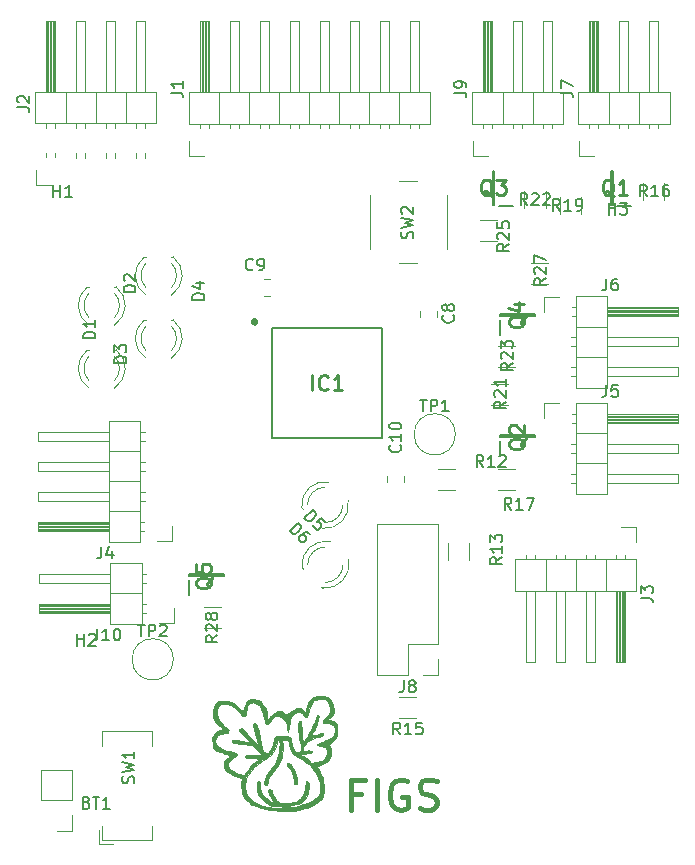
<source format=gbr>
G04 #@! TF.GenerationSoftware,KiCad,Pcbnew,(5.1.9)-1*
G04 #@! TF.CreationDate,2021-03-08T10:33:43+01:00*
G04 #@! TF.ProjectId,FIGS,46494753-2e6b-4696-9361-645f70636258,1x*
G04 #@! TF.SameCoordinates,Original*
G04 #@! TF.FileFunction,Legend,Top*
G04 #@! TF.FilePolarity,Positive*
%FSLAX46Y46*%
G04 Gerber Fmt 4.6, Leading zero omitted, Abs format (unit mm)*
G04 Created by KiCad (PCBNEW (5.1.9)-1) date 2021-03-08 10:33:43*
%MOMM*%
%LPD*%
G01*
G04 APERTURE LIST*
%ADD10C,0.381000*%
%ADD11C,0.010000*%
%ADD12C,0.120000*%
%ADD13C,0.200000*%
%ADD14C,0.254000*%
%ADD15C,0.150000*%
G04 APERTURE END LIST*
D10*
X58278571Y-85318571D02*
X57431904Y-85318571D01*
X57431904Y-86649047D02*
X57431904Y-84109047D01*
X58641428Y-84109047D01*
X59609047Y-86649047D02*
X59609047Y-84109047D01*
X62149047Y-84230000D02*
X61907142Y-84109047D01*
X61544285Y-84109047D01*
X61181428Y-84230000D01*
X60939523Y-84471904D01*
X60818571Y-84713809D01*
X60697619Y-85197619D01*
X60697619Y-85560476D01*
X60818571Y-86044285D01*
X60939523Y-86286190D01*
X61181428Y-86528095D01*
X61544285Y-86649047D01*
X61786190Y-86649047D01*
X62149047Y-86528095D01*
X62270000Y-86407142D01*
X62270000Y-85560476D01*
X61786190Y-85560476D01*
X63237619Y-86528095D02*
X63600476Y-86649047D01*
X64205238Y-86649047D01*
X64447142Y-86528095D01*
X64568095Y-86407142D01*
X64689047Y-86165238D01*
X64689047Y-85923333D01*
X64568095Y-85681428D01*
X64447142Y-85560476D01*
X64205238Y-85439523D01*
X63721428Y-85318571D01*
X63479523Y-85197619D01*
X63358571Y-85076666D01*
X63237619Y-84834761D01*
X63237619Y-84592857D01*
X63358571Y-84350952D01*
X63479523Y-84230000D01*
X63721428Y-84109047D01*
X64326190Y-84109047D01*
X64689047Y-84230000D01*
D11*
G04 #@! TO.C,G\u002A\u002A\u002A*
G36*
X52161492Y-82674975D02*
G01*
X52217808Y-82701750D01*
X52285158Y-82763775D01*
X52332097Y-82815566D01*
X52458449Y-82988608D01*
X52577798Y-83206097D01*
X52684134Y-83451315D01*
X52771446Y-83707543D01*
X52833723Y-83958064D01*
X52864954Y-84186160D01*
X52866462Y-84301875D01*
X52859925Y-84407467D01*
X52847442Y-84465337D01*
X52820432Y-84491205D01*
X52770313Y-84500793D01*
X52757167Y-84502101D01*
X52682123Y-84500395D01*
X52639092Y-84482847D01*
X52638513Y-84481983D01*
X52625373Y-84437741D01*
X52607816Y-84348720D01*
X52589384Y-84233142D01*
X52587267Y-84218256D01*
X52512230Y-83830991D01*
X52403065Y-83494273D01*
X52260317Y-83209491D01*
X52112426Y-83008665D01*
X52032525Y-82908250D01*
X51994699Y-82831553D01*
X51990020Y-82770540D01*
X52009195Y-82706199D01*
X52060451Y-82678510D01*
X52099118Y-82672988D01*
X52161492Y-82674975D01*
G37*
X52161492Y-82674975D02*
X52217808Y-82701750D01*
X52285158Y-82763775D01*
X52332097Y-82815566D01*
X52458449Y-82988608D01*
X52577798Y-83206097D01*
X52684134Y-83451315D01*
X52771446Y-83707543D01*
X52833723Y-83958064D01*
X52864954Y-84186160D01*
X52866462Y-84301875D01*
X52859925Y-84407467D01*
X52847442Y-84465337D01*
X52820432Y-84491205D01*
X52770313Y-84500793D01*
X52757167Y-84502101D01*
X52682123Y-84500395D01*
X52639092Y-84482847D01*
X52638513Y-84481983D01*
X52625373Y-84437741D01*
X52607816Y-84348720D01*
X52589384Y-84233142D01*
X52587267Y-84218256D01*
X52512230Y-83830991D01*
X52403065Y-83494273D01*
X52260317Y-83209491D01*
X52112426Y-83008665D01*
X52032525Y-82908250D01*
X51994699Y-82831553D01*
X51990020Y-82770540D01*
X52009195Y-82706199D01*
X52060451Y-82678510D01*
X52099118Y-82672988D01*
X52161492Y-82674975D01*
G36*
X55004651Y-77016960D02*
G01*
X55123421Y-77022864D01*
X55199283Y-77034120D01*
X55242498Y-77051886D01*
X55254500Y-77062875D01*
X55313509Y-77097780D01*
X55387474Y-77110500D01*
X55469660Y-77118159D01*
X55537106Y-77147472D01*
X55600144Y-77207941D01*
X55669105Y-77309068D01*
X55740901Y-77435571D01*
X55865992Y-77691803D01*
X55943856Y-77919734D01*
X55976237Y-78131489D01*
X55964879Y-78339190D01*
X55911528Y-78554962D01*
X55904819Y-78574921D01*
X55832277Y-78724590D01*
X55728431Y-78826037D01*
X55596254Y-78886905D01*
X55515292Y-78918683D01*
X55463793Y-78949684D01*
X55458583Y-78955707D01*
X55456832Y-79005801D01*
X55505315Y-79048973D01*
X55590793Y-79076398D01*
X55647325Y-79081545D01*
X55826036Y-79103623D01*
X55986712Y-79158135D01*
X56112645Y-79238112D01*
X56166334Y-79298007D01*
X56196459Y-79348587D01*
X56217255Y-79403454D01*
X56230694Y-79475719D01*
X56238747Y-79578492D01*
X56243383Y-79724881D01*
X56245088Y-79821882D01*
X56247972Y-80027337D01*
X56248941Y-80179154D01*
X56247238Y-80287187D01*
X56242106Y-80361289D01*
X56232789Y-80411312D01*
X56218531Y-80447108D01*
X56198575Y-80478531D01*
X56194191Y-80484661D01*
X56055683Y-80666505D01*
X55924476Y-80818803D01*
X55808536Y-80932965D01*
X55715887Y-81000371D01*
X55604964Y-81069156D01*
X55553584Y-81130586D01*
X55559187Y-81190539D01*
X55608696Y-81246302D01*
X55679424Y-81316074D01*
X55725066Y-81392725D01*
X55750662Y-81492065D01*
X55761249Y-81629905D01*
X55762499Y-81728943D01*
X55759735Y-81873279D01*
X55747987Y-81978951D01*
X55722074Y-82070680D01*
X55676813Y-82173187D01*
X55663893Y-82199342D01*
X55565114Y-82374263D01*
X55462392Y-82502151D01*
X55341195Y-82598581D01*
X55238625Y-82655201D01*
X55116516Y-82716382D01*
X54978999Y-82787846D01*
X54906633Y-82826580D01*
X54798601Y-82877506D01*
X54698596Y-82911701D01*
X54643699Y-82920749D01*
X54563695Y-82941033D01*
X54531211Y-82992649D01*
X54553673Y-83061750D01*
X54562221Y-83072745D01*
X54620296Y-83154552D01*
X54692757Y-83274170D01*
X54768402Y-83411293D01*
X54836027Y-83545617D01*
X54884278Y-83656436D01*
X54926204Y-83751213D01*
X54968895Y-83823211D01*
X54986295Y-83842886D01*
X55016662Y-83898240D01*
X55031833Y-83985341D01*
X55032250Y-84002070D01*
X55041284Y-84108690D01*
X55063246Y-84204392D01*
X55065383Y-84210263D01*
X55078091Y-84272782D01*
X55090265Y-84384688D01*
X55100753Y-84531872D01*
X55108408Y-84700225D01*
X55110167Y-84760017D01*
X55113940Y-84947946D01*
X55113307Y-85088631D01*
X55106728Y-85198265D01*
X55092665Y-85293041D01*
X55069579Y-85389151D01*
X55041210Y-85485625D01*
X54987910Y-85639998D01*
X54939249Y-85737593D01*
X54893239Y-85784090D01*
X54837994Y-85822223D01*
X54753548Y-85890603D01*
X54656600Y-85975600D01*
X54640189Y-85990618D01*
X54477728Y-86119885D01*
X54284435Y-86241522D01*
X54075846Y-86348365D01*
X53867498Y-86433249D01*
X53674925Y-86489011D01*
X53517097Y-86508500D01*
X53417347Y-86523548D01*
X53309371Y-86560589D01*
X53292148Y-86568863D01*
X53179318Y-86614788D01*
X53060269Y-86647083D01*
X53047629Y-86649282D01*
X52937872Y-86671250D01*
X52810731Y-86702839D01*
X52764578Y-86715919D01*
X52678693Y-86731114D01*
X52542024Y-86743216D01*
X52367217Y-86752138D01*
X52166917Y-86757796D01*
X51953771Y-86760104D01*
X51740423Y-86758974D01*
X51539519Y-86754323D01*
X51363705Y-86746063D01*
X51225625Y-86734109D01*
X51174625Y-86726709D01*
X51082307Y-86711308D01*
X50944943Y-86689719D01*
X50780357Y-86664691D01*
X50606372Y-86638969D01*
X50588779Y-86636412D01*
X50240373Y-86574489D01*
X49844170Y-86483400D01*
X49407782Y-86365002D01*
X49111397Y-86275902D01*
X48994965Y-86237236D01*
X48924901Y-86204325D01*
X48886171Y-86166726D01*
X48863745Y-86113996D01*
X48860052Y-86101284D01*
X48819829Y-86019566D01*
X48740134Y-85942085D01*
X48664500Y-85889545D01*
X48556703Y-85811256D01*
X48457387Y-85723744D01*
X48409763Y-85672106D01*
X48352723Y-85577095D01*
X48293638Y-85440865D01*
X48239700Y-85285022D01*
X48198100Y-85131173D01*
X48176029Y-85000924D01*
X48174250Y-84964541D01*
X48167652Y-84881548D01*
X48150342Y-84762334D01*
X48126049Y-84632517D01*
X48125702Y-84630864D01*
X48123647Y-84620176D01*
X48461054Y-84620176D01*
X48470919Y-84850053D01*
X48501579Y-85058164D01*
X48521616Y-85136925D01*
X48552029Y-85232429D01*
X48584350Y-85310173D01*
X48627208Y-85382732D01*
X48689230Y-85462682D01*
X48779045Y-85562601D01*
X48902729Y-85692413D01*
X49067341Y-85855805D01*
X49215474Y-85982199D01*
X49363583Y-86081391D01*
X49528125Y-86163177D01*
X49725555Y-86237354D01*
X49921086Y-86298647D01*
X50084208Y-86342975D01*
X50261160Y-86384261D01*
X50438074Y-86420011D01*
X50601080Y-86447730D01*
X50736310Y-86464921D01*
X50829893Y-86469089D01*
X50853324Y-86466383D01*
X50925798Y-86462318D01*
X51026708Y-86470334D01*
X51063500Y-86475880D01*
X51181327Y-86491020D01*
X51320567Y-86501821D01*
X51388937Y-86504525D01*
X51492872Y-86504180D01*
X51548088Y-86494382D01*
X51569168Y-86470688D01*
X51571500Y-86448887D01*
X51560700Y-86390250D01*
X51522659Y-86348937D01*
X51448908Y-86322257D01*
X51330980Y-86307520D01*
X51160410Y-86302036D01*
X51108561Y-86301795D01*
X50750713Y-86301466D01*
X50414113Y-86131240D01*
X50148599Y-85983638D01*
X49938490Y-85834043D01*
X49776076Y-85673516D01*
X49653644Y-85493115D01*
X49563482Y-85283900D01*
X49507132Y-85079750D01*
X49467113Y-84862232D01*
X49447579Y-84664687D01*
X49447542Y-84493966D01*
X49466014Y-84356919D01*
X49502007Y-84260396D01*
X49554534Y-84211250D01*
X49622605Y-84216329D01*
X49631045Y-84220517D01*
X49663635Y-84243985D01*
X49683634Y-84281047D01*
X49694044Y-84345725D01*
X49697867Y-84452044D01*
X49698250Y-84534446D01*
X49715936Y-84833188D01*
X49770907Y-85085614D01*
X49866029Y-85298769D01*
X50004167Y-85479702D01*
X50127954Y-85590925D01*
X50243061Y-85682644D01*
X50360580Y-85778942D01*
X50438968Y-85845180D01*
X50562882Y-85945700D01*
X50653420Y-86001890D01*
X50718604Y-86017570D01*
X50763014Y-85999554D01*
X50784039Y-85969052D01*
X50784509Y-85922350D01*
X50761319Y-85851292D01*
X50711362Y-85747722D01*
X50631533Y-85603484D01*
X50575100Y-85506140D01*
X50499343Y-85369527D01*
X50454141Y-85266190D01*
X50432829Y-85177961D01*
X50428500Y-85106494D01*
X50442384Y-84992682D01*
X50478918Y-84905282D01*
X50530425Y-84860318D01*
X50547784Y-84857500D01*
X50596010Y-84882333D01*
X50652385Y-84941266D01*
X50698005Y-85010948D01*
X50714250Y-85063151D01*
X50730423Y-85136450D01*
X50773811Y-85247737D01*
X50836716Y-85381958D01*
X50911439Y-85524058D01*
X50990285Y-85658985D01*
X51065553Y-85771685D01*
X51097572Y-85812774D01*
X51194965Y-85910651D01*
X51307944Y-85998278D01*
X51374046Y-86037250D01*
X51450197Y-86070542D01*
X51525706Y-86091730D01*
X51617550Y-86103184D01*
X51742707Y-86107271D01*
X51873125Y-86106883D01*
X52098084Y-86095484D01*
X52328102Y-86067862D01*
X52545934Y-86027216D01*
X52734336Y-85976747D01*
X52872660Y-85921429D01*
X52963263Y-85859095D01*
X53074819Y-85759900D01*
X53192060Y-85639139D01*
X53299722Y-85512109D01*
X53352255Y-85440870D01*
X53446547Y-85257080D01*
X53514363Y-85017814D01*
X53556018Y-84721894D01*
X53560439Y-84667000D01*
X53580099Y-84487659D01*
X53609127Y-84343295D01*
X53645028Y-84242504D01*
X53685310Y-84193885D01*
X53698573Y-84190750D01*
X53742832Y-84211444D01*
X53804450Y-84261944D01*
X53811318Y-84268681D01*
X53861872Y-84347622D01*
X53886721Y-84461669D01*
X53885959Y-84616971D01*
X53859684Y-84819678D01*
X53822786Y-85008866D01*
X53745282Y-85290707D01*
X53639456Y-85530964D01*
X53495969Y-85748646D01*
X53407036Y-85855128D01*
X53292434Y-85975086D01*
X53190001Y-86055889D01*
X53079069Y-86108349D01*
X52938967Y-86143276D01*
X52820310Y-86161998D01*
X52689270Y-86184424D01*
X52572391Y-86211757D01*
X52492845Y-86238482D01*
X52487200Y-86241236D01*
X52402109Y-86274242D01*
X52334080Y-86286250D01*
X52277431Y-86306491D01*
X52241782Y-86351460D01*
X52244459Y-86397521D01*
X52248779Y-86402612D01*
X52294018Y-86415238D01*
X52383525Y-86420007D01*
X52498692Y-86417972D01*
X52620915Y-86410185D01*
X52731588Y-86397698D01*
X52812106Y-86381563D01*
X52839983Y-86369180D01*
X52895710Y-86341697D01*
X52992230Y-86312009D01*
X53095500Y-86289159D01*
X53458524Y-86201668D01*
X53797789Y-86073486D01*
X54131106Y-85897152D01*
X54317875Y-85777263D01*
X54476804Y-85664134D01*
X54590790Y-85566917D01*
X54671023Y-85471834D01*
X54728690Y-85365105D01*
X54774979Y-85232952D01*
X54783367Y-85203987D01*
X54817022Y-85069686D01*
X54834388Y-84949785D01*
X54837831Y-84817626D01*
X54831033Y-84667000D01*
X54803135Y-84387780D01*
X54753271Y-84146132D01*
X54674871Y-83925649D01*
X54561368Y-83709924D01*
X54406192Y-83482552D01*
X54304098Y-83350825D01*
X54211567Y-83229874D01*
X54124537Y-83106967D01*
X54058826Y-83004657D01*
X54048000Y-82985700D01*
X53977882Y-82883702D01*
X53883396Y-82800809D01*
X53778125Y-82736340D01*
X53690966Y-82684847D01*
X53563642Y-82605089D01*
X53408250Y-82504868D01*
X53236889Y-82391984D01*
X53064100Y-82275898D01*
X52540575Y-81920492D01*
X52358491Y-81571308D01*
X52278098Y-81412885D01*
X52224751Y-81294774D01*
X52193318Y-81202543D01*
X52178664Y-81121763D01*
X52175579Y-81057207D01*
X52156474Y-80903520D01*
X52097558Y-80797265D01*
X51993728Y-80732698D01*
X51863483Y-80706023D01*
X51734849Y-80703865D01*
X51656467Y-80725834D01*
X51651039Y-80729863D01*
X51618580Y-80786593D01*
X51604615Y-80869488D01*
X51610410Y-80950402D01*
X51637227Y-81001189D01*
X51638810Y-81002230D01*
X51655780Y-81045498D01*
X51662640Y-81140295D01*
X51660540Y-81275656D01*
X51650634Y-81440614D01*
X51634072Y-81624206D01*
X51612006Y-81815466D01*
X51585587Y-82003429D01*
X51555969Y-82177130D01*
X51524301Y-82325604D01*
X51491736Y-82437886D01*
X51486585Y-82451592D01*
X51435162Y-82558059D01*
X51352625Y-82700962D01*
X51247703Y-82867293D01*
X51129127Y-83044044D01*
X51005625Y-83218207D01*
X50885927Y-83376775D01*
X50778763Y-83506739D01*
X50777543Y-83508125D01*
X50616482Y-83707855D01*
X50503332Y-83891498D01*
X50430464Y-84073748D01*
X50392990Y-84248928D01*
X50367499Y-84390678D01*
X50334990Y-84478977D01*
X50288408Y-84523875D01*
X50220697Y-84535423D01*
X50193079Y-84533683D01*
X50135161Y-84524527D01*
X50106776Y-84500286D01*
X50098209Y-84443575D01*
X50099042Y-84365375D01*
X50129525Y-84116991D01*
X50203687Y-83861144D01*
X50313006Y-83626528D01*
X50324092Y-83607743D01*
X50385876Y-83511880D01*
X50465599Y-83397566D01*
X50553938Y-83277040D01*
X50641574Y-83162539D01*
X50719184Y-83066301D01*
X50777447Y-83000562D01*
X50803539Y-82978299D01*
X50834070Y-82951151D01*
X50893661Y-82889179D01*
X50969729Y-82805497D01*
X50973891Y-82800806D01*
X51096764Y-82621314D01*
X51195332Y-82392049D01*
X51266751Y-82123000D01*
X51308177Y-81824159D01*
X51317843Y-81592890D01*
X51328290Y-81468773D01*
X51354150Y-81332441D01*
X51366941Y-81285625D01*
X51392078Y-81154620D01*
X51392449Y-81022532D01*
X51371211Y-80903953D01*
X51331520Y-80813475D01*
X51276534Y-80765691D01*
X51253597Y-80761749D01*
X51220842Y-80776847D01*
X51195250Y-80829643D01*
X51172059Y-80931392D01*
X51165280Y-80970595D01*
X51093612Y-81236287D01*
X50967412Y-81512752D01*
X50792140Y-81789960D01*
X50573258Y-82057878D01*
X50573172Y-82057972D01*
X50514375Y-82109500D01*
X50412330Y-82186040D01*
X50278150Y-82279782D01*
X50122947Y-82382913D01*
X49993735Y-82465291D01*
X49589313Y-82744144D01*
X49241376Y-83038998D01*
X48951507Y-83348162D01*
X48721285Y-83669950D01*
X48552292Y-84002673D01*
X48550896Y-84006100D01*
X48501577Y-84177584D01*
X48471451Y-84389147D01*
X48461054Y-84620176D01*
X48123647Y-84620176D01*
X48101436Y-84504675D01*
X48093061Y-84415388D01*
X48100754Y-84338382D01*
X48124692Y-84249032D01*
X48128539Y-84236711D01*
X48164488Y-84111849D01*
X48174774Y-84024580D01*
X48151755Y-83964929D01*
X48087785Y-83922921D01*
X47975222Y-83888581D01*
X47838819Y-83858633D01*
X47671607Y-83820250D01*
X47542357Y-83779232D01*
X47425958Y-83725611D01*
X47297295Y-83649422D01*
X47273684Y-83634337D01*
X47150892Y-83555426D01*
X47036375Y-83481957D01*
X46949242Y-83426185D01*
X46928206Y-83412767D01*
X46825265Y-83326959D01*
X46755083Y-83215684D01*
X46712291Y-83066822D01*
X46692139Y-82879929D01*
X46691334Y-82695673D01*
X46716809Y-82556027D01*
X46775204Y-82445217D01*
X46873161Y-82347467D01*
X46936000Y-82300681D01*
X47017615Y-82236332D01*
X47073758Y-82178072D01*
X47088571Y-82151114D01*
X47071368Y-82102153D01*
X47016603Y-82040581D01*
X46993321Y-82021429D01*
X46902554Y-81965745D01*
X46770948Y-81901026D01*
X46618696Y-81835770D01*
X46465989Y-81778474D01*
X46333022Y-81737637D01*
X46301000Y-81730078D01*
X46194081Y-81696891D01*
X46067313Y-81642810D01*
X45941820Y-81578479D01*
X45838730Y-81514546D01*
X45786606Y-81470865D01*
X45762320Y-81430468D01*
X45743955Y-81363881D01*
X45729869Y-81260660D01*
X45718419Y-81110363D01*
X45712416Y-80999081D01*
X45700609Y-80757930D01*
X45935125Y-80757930D01*
X45953811Y-80930922D01*
X46019771Y-81089695D01*
X46094331Y-81183908D01*
X46184081Y-81269995D01*
X46275004Y-81354480D01*
X46292337Y-81370153D01*
X46384431Y-81431396D01*
X46527329Y-81499710D01*
X46709323Y-81570984D01*
X46918711Y-81641106D01*
X47143786Y-81705964D01*
X47372844Y-81761447D01*
X47454778Y-81778483D01*
X47613514Y-81823713D01*
X47714545Y-81883004D01*
X47756592Y-81952892D01*
X47738376Y-82029915D01*
X47658620Y-82110609D01*
X47592922Y-82152577D01*
X47481702Y-82224656D01*
X47378562Y-82306745D01*
X47330501Y-82354046D01*
X47250326Y-82435180D01*
X47168575Y-82503718D01*
X47151075Y-82515852D01*
X47069611Y-82603691D01*
X47022166Y-82729078D01*
X47013763Y-82873070D01*
X47031452Y-82967120D01*
X47102675Y-83105795D01*
X47229390Y-83242587D01*
X47403682Y-83372159D01*
X47617639Y-83489176D01*
X47863344Y-83588303D01*
X48026622Y-83638025D01*
X48173079Y-83676823D01*
X48271317Y-83699295D01*
X48334441Y-83705604D01*
X48375554Y-83695912D01*
X48407760Y-83670383D01*
X48432121Y-83643062D01*
X48479165Y-83583849D01*
X48549250Y-83490131D01*
X48629227Y-83379580D01*
X48650644Y-83349375D01*
X48786253Y-83157763D01*
X48892519Y-83010217D01*
X48976524Y-82898791D01*
X49045353Y-82815538D01*
X49106091Y-82752512D01*
X49165820Y-82701768D01*
X49231625Y-82655359D01*
X49310591Y-82605339D01*
X49318130Y-82600671D01*
X49460606Y-82502824D01*
X49542294Y-82423248D01*
X49563187Y-82361932D01*
X49523277Y-82318867D01*
X49422556Y-82294042D01*
X49261017Y-82287449D01*
X49082712Y-82295673D01*
X48862333Y-82301821D01*
X48687006Y-82286151D01*
X48560556Y-82249895D01*
X48486803Y-82194287D01*
X48469572Y-82120560D01*
X48474526Y-82099498D01*
X48504372Y-82052003D01*
X48563875Y-82017138D01*
X48659509Y-81993992D01*
X48797751Y-81981650D01*
X48985074Y-81979202D01*
X49227954Y-81985734D01*
X49269591Y-81987432D01*
X49466368Y-81995008D01*
X49608653Y-81998289D01*
X49705336Y-81996865D01*
X49765307Y-81990325D01*
X49797454Y-81978260D01*
X49809887Y-81962488D01*
X49795084Y-81923300D01*
X49741500Y-81851185D01*
X49658110Y-81755070D01*
X49553888Y-81643882D01*
X49437809Y-81526546D01*
X49318847Y-81411990D01*
X49205977Y-81309141D01*
X49108172Y-81226925D01*
X49034408Y-81174268D01*
X49003115Y-81160013D01*
X48940652Y-81151076D01*
X48829934Y-81139342D01*
X48686064Y-81126273D01*
X48524146Y-81113329D01*
X48507625Y-81112103D01*
X48190573Y-81086432D01*
X47923836Y-81059925D01*
X47710567Y-81032988D01*
X47553921Y-81006031D01*
X47457051Y-80979460D01*
X47446265Y-80974779D01*
X47377165Y-80913344D01*
X47352736Y-80829954D01*
X47379154Y-80747895D01*
X47384336Y-80741252D01*
X47447044Y-80712697D01*
X47563245Y-80709932D01*
X47728581Y-80732565D01*
X47938692Y-80780205D01*
X47999625Y-80796504D01*
X48148264Y-80830287D01*
X48322105Y-80859537D01*
X48479260Y-80877514D01*
X48606580Y-80885925D01*
X48696843Y-80885439D01*
X48748801Y-80871216D01*
X48761208Y-80838415D01*
X48732819Y-80782197D01*
X48662388Y-80697721D01*
X48548667Y-80580147D01*
X48390412Y-80424635D01*
X48353397Y-80388642D01*
X48233989Y-80265917D01*
X48125568Y-80142307D01*
X48038452Y-80030578D01*
X47982965Y-79943495D01*
X47971075Y-79915783D01*
X47974607Y-79837104D01*
X48028127Y-79776267D01*
X48118275Y-79746721D01*
X48139984Y-79745749D01*
X48182869Y-79753639D01*
X48232318Y-79781998D01*
X48296205Y-79837865D01*
X48382408Y-79928279D01*
X48498801Y-80060277D01*
X48521901Y-80087062D01*
X48653746Y-80238436D01*
X48795795Y-80398504D01*
X48931003Y-80548222D01*
X49042323Y-80668544D01*
X49042621Y-80668860D01*
X49152197Y-80785410D01*
X49258579Y-80899359D01*
X49345810Y-80993582D01*
X49379253Y-81030141D01*
X49444105Y-81099191D01*
X49480727Y-81125742D01*
X49502797Y-81115004D01*
X49519027Y-81083376D01*
X49530213Y-81003580D01*
X49498539Y-80896720D01*
X49467814Y-80806895D01*
X49433533Y-80679937D01*
X49402503Y-80541359D01*
X49399025Y-80523625D01*
X49368241Y-80388073D01*
X49322520Y-80216634D01*
X49268500Y-80033139D01*
X49222573Y-79890112D01*
X49173640Y-79739424D01*
X49133390Y-79605724D01*
X49105846Y-79503077D01*
X49095029Y-79445553D01*
X49095000Y-79444024D01*
X49117875Y-79356723D01*
X49175619Y-79309366D01*
X49251907Y-79304324D01*
X49330417Y-79343970D01*
X49379838Y-79402634D01*
X49427824Y-79501578D01*
X49483099Y-79647495D01*
X49540951Y-79825002D01*
X49596669Y-80018717D01*
X49645540Y-80213256D01*
X49682258Y-80389921D01*
X49708642Y-80526315D01*
X49735305Y-80647420D01*
X49757707Y-80733109D01*
X49763743Y-80751117D01*
X49781370Y-80816326D01*
X49804137Y-80927064D01*
X49828670Y-81065932D01*
X49845061Y-81170395D01*
X49875705Y-81356971D01*
X49907721Y-81494118D01*
X49947466Y-81595714D01*
X50001298Y-81675633D01*
X50075576Y-81747752D01*
X50129149Y-81790421D01*
X50229892Y-81858295D01*
X50306757Y-81880170D01*
X50379240Y-81856430D01*
X50456327Y-81796831D01*
X50513036Y-81727752D01*
X50581943Y-81616227D01*
X50655390Y-81478363D01*
X50725719Y-81330268D01*
X50785273Y-81188050D01*
X50826393Y-81067815D01*
X50841427Y-80986814D01*
X50866804Y-80788077D01*
X50938316Y-80613756D01*
X50999275Y-80529870D01*
X51089882Y-80428375D01*
X51556884Y-80418030D01*
X51769776Y-80415811D01*
X51926267Y-80419720D01*
X52023917Y-80429643D01*
X52058043Y-80441843D01*
X52116840Y-80470887D01*
X52154787Y-80475999D01*
X52245465Y-80504431D01*
X52308973Y-80580213D01*
X52333488Y-80689082D01*
X52333500Y-80691639D01*
X52342941Y-80763293D01*
X52368741Y-80879833D01*
X52407109Y-81025925D01*
X52454259Y-81186235D01*
X52461150Y-81208318D01*
X52518545Y-81384584D01*
X52565304Y-81510780D01*
X52606681Y-81598313D01*
X52647932Y-81658593D01*
X52685836Y-81696099D01*
X52811885Y-81766497D01*
X52944380Y-81778648D01*
X53070056Y-81732888D01*
X53129692Y-81684942D01*
X53185199Y-81620162D01*
X53212995Y-81553130D01*
X53222076Y-81457723D01*
X53222500Y-81415446D01*
X53208599Y-81270614D01*
X53169358Y-81087504D01*
X53124953Y-80934239D01*
X53053612Y-80651946D01*
X53004155Y-80317592D01*
X52976250Y-79928325D01*
X52969251Y-79593360D01*
X52977800Y-79386387D01*
X53005301Y-79236864D01*
X53052724Y-79141342D01*
X53107879Y-79100609D01*
X53144606Y-79093047D01*
X53173666Y-79105971D01*
X53196131Y-79145688D01*
X53213074Y-79218506D01*
X53225566Y-79330735D01*
X53234682Y-79488681D01*
X53241492Y-79698654D01*
X53246102Y-79913700D01*
X53252033Y-80177175D01*
X53259652Y-80384011D01*
X53270135Y-80541067D01*
X53284658Y-80655200D01*
X53304398Y-80733271D01*
X53330531Y-80782137D01*
X53364232Y-80808657D01*
X53401358Y-80818996D01*
X53472303Y-80797266D01*
X53556786Y-80714005D01*
X53654473Y-80569648D01*
X53765028Y-80364629D01*
X53788235Y-80317250D01*
X53850803Y-80188885D01*
X53907793Y-80074004D01*
X53950289Y-79990499D01*
X53962267Y-79968000D01*
X54011305Y-79877177D01*
X54050778Y-79802340D01*
X54088912Y-79733737D01*
X54148641Y-79631415D01*
X54218112Y-79515631D01*
X54229643Y-79496711D01*
X54353158Y-79248198D01*
X54444413Y-78966573D01*
X54492503Y-78791883D01*
X54532282Y-78674288D01*
X54566826Y-78608409D01*
X54599212Y-78588870D01*
X54632515Y-78610295D01*
X54641642Y-78621826D01*
X54666557Y-78666314D01*
X54678347Y-78721578D01*
X54676059Y-78798154D01*
X54658735Y-78906577D01*
X54625423Y-79057383D01*
X54588490Y-79208158D01*
X54537219Y-79407475D01*
X54493755Y-79558355D01*
X54452258Y-79674376D01*
X54406885Y-79769118D01*
X54351797Y-79856159D01*
X54281153Y-79949078D01*
X54256837Y-79979167D01*
X54171280Y-80093091D01*
X54126853Y-80177279D01*
X54117142Y-80244090D01*
X54117513Y-80247726D01*
X54127479Y-80297336D01*
X54153712Y-80321721D01*
X54213146Y-80328432D01*
X54293587Y-80326250D01*
X54408127Y-80311826D01*
X54551424Y-80280446D01*
X54693290Y-80238771D01*
X54699014Y-80236809D01*
X54861521Y-80186425D01*
X54974300Y-80166225D01*
X55043625Y-80176459D01*
X55075768Y-80217378D01*
X55079875Y-80251970D01*
X55061220Y-80315239D01*
X55001337Y-80372171D01*
X54894345Y-80425919D01*
X54734364Y-80479634D01*
X54576734Y-80521629D01*
X54268001Y-80611745D01*
X54013337Y-80717832D01*
X53804241Y-80845035D01*
X53632211Y-80998498D01*
X53492483Y-81177666D01*
X53397170Y-81332432D01*
X53342408Y-81448454D01*
X53325613Y-81533594D01*
X53344203Y-81595712D01*
X53351803Y-81605900D01*
X53383391Y-81630292D01*
X53435947Y-81642098D01*
X53523642Y-81642623D01*
X53653845Y-81633743D01*
X53844953Y-81626122D01*
X53986363Y-81638604D01*
X54026189Y-81648790D01*
X54105097Y-81686728D01*
X54153427Y-81732050D01*
X54161536Y-81772104D01*
X54134777Y-81791263D01*
X54011275Y-81822484D01*
X53859521Y-81855311D01*
X53697705Y-81886435D01*
X53544018Y-81912545D01*
X53416652Y-81930330D01*
X53336712Y-81936500D01*
X53236788Y-81944040D01*
X53180230Y-81971098D01*
X53159417Y-81999219D01*
X53143998Y-82046041D01*
X53173735Y-82070791D01*
X53213863Y-82081446D01*
X53374174Y-82124102D01*
X53504991Y-82179343D01*
X53636307Y-82261120D01*
X53699923Y-82307563D01*
X53801047Y-82390953D01*
X53885869Y-82474097D01*
X53936778Y-82539648D01*
X53938146Y-82542208D01*
X53984921Y-82616863D01*
X54039875Y-82660813D01*
X54115946Y-82676695D01*
X54226074Y-82667145D01*
X54383198Y-82634802D01*
X54387521Y-82633799D01*
X54533680Y-82599929D01*
X54675062Y-82567366D01*
X54786747Y-82541843D01*
X54810000Y-82536583D01*
X54943657Y-82496628D01*
X55047327Y-82437135D01*
X55142157Y-82343394D01*
X55206297Y-82260927D01*
X55321113Y-82072147D01*
X55390293Y-81886925D01*
X55413533Y-81713499D01*
X55390529Y-81560110D01*
X55320979Y-81434995D01*
X55239286Y-81365409D01*
X55124433Y-81311254D01*
X54973203Y-81261947D01*
X54812674Y-81224736D01*
X54669924Y-81206866D01*
X54644579Y-81206250D01*
X54558201Y-81197200D01*
X54525150Y-81168019D01*
X54524250Y-81159440D01*
X54536496Y-81126144D01*
X54577880Y-81090351D01*
X54655370Y-81048603D01*
X54775934Y-80997439D01*
X54946540Y-80933401D01*
X55063730Y-80891614D01*
X55333683Y-80785698D01*
X55568299Y-80671756D01*
X55759731Y-80554323D01*
X55900135Y-80437937D01*
X55950807Y-80378737D01*
X56023666Y-80243723D01*
X56074381Y-80081721D01*
X56098253Y-79916188D01*
X56090588Y-79770580D01*
X56080454Y-79731252D01*
X56005659Y-79581812D01*
X55894984Y-79455798D01*
X55769122Y-79374712D01*
X55675646Y-79350755D01*
X55537407Y-79334603D01*
X55378244Y-79328463D01*
X55240030Y-79326170D01*
X55151725Y-79319084D01*
X55099776Y-79304500D01*
X55070626Y-79279717D01*
X55061783Y-79265359D01*
X55043110Y-79208430D01*
X55051363Y-79146106D01*
X55091386Y-79069982D01*
X55168023Y-78971655D01*
X55286117Y-78842720D01*
X55333933Y-78793132D01*
X55474738Y-78640197D01*
X55571530Y-78512613D01*
X55631203Y-78397769D01*
X55660649Y-78283057D01*
X55667072Y-78183701D01*
X55655742Y-78099098D01*
X55625565Y-77975115D01*
X55582622Y-77830774D01*
X55532999Y-77685096D01*
X55482776Y-77557103D01*
X55438037Y-77465816D01*
X55436901Y-77463938D01*
X55335724Y-77356072D01*
X55191063Y-77281347D01*
X55014666Y-77241572D01*
X54818281Y-77238555D01*
X54613655Y-77274104D01*
X54485134Y-77317387D01*
X54332787Y-77390621D01*
X54208796Y-77479348D01*
X54107167Y-77592534D01*
X54021908Y-77739146D01*
X53947024Y-77928151D01*
X53876523Y-78168516D01*
X53852334Y-78264156D01*
X53799843Y-78469021D01*
X53755211Y-78619097D01*
X53714841Y-78722053D01*
X53675136Y-78785558D01*
X53632498Y-78817282D01*
X53589271Y-78824999D01*
X53532513Y-78810593D01*
X53493368Y-78756981D01*
X53474148Y-78705937D01*
X53396791Y-78538766D01*
X53289590Y-78426214D01*
X53147327Y-78364371D01*
X52997538Y-78348750D01*
X52816329Y-78379144D01*
X52648387Y-78465785D01*
X52499534Y-78601854D01*
X52375593Y-78780535D01*
X52282389Y-78995010D01*
X52225744Y-79238464D01*
X52223500Y-79254872D01*
X52187082Y-79526548D01*
X52156602Y-79737600D01*
X52131124Y-79890533D01*
X52109713Y-79987849D01*
X52091434Y-80032053D01*
X52075352Y-80025647D01*
X52060531Y-79971136D01*
X52046037Y-79871023D01*
X52034231Y-79761625D01*
X51986960Y-79497434D01*
X51903237Y-79260164D01*
X51788159Y-79056261D01*
X51646821Y-78892170D01*
X51484319Y-78774339D01*
X51305750Y-78709213D01*
X51193496Y-78698118D01*
X51080366Y-78707092D01*
X50982534Y-78739289D01*
X50889616Y-78802361D01*
X50791225Y-78903963D01*
X50676978Y-79051747D01*
X50636266Y-79108775D01*
X50533640Y-79246598D01*
X50451978Y-79335060D01*
X50382354Y-79380825D01*
X50315840Y-79390556D01*
X50271374Y-79381140D01*
X50245217Y-79372316D01*
X50224990Y-79358717D01*
X50207233Y-79330829D01*
X50188489Y-79279136D01*
X50165298Y-79194123D01*
X50134203Y-79066274D01*
X50092315Y-78888500D01*
X50006266Y-78564856D01*
X49912528Y-78297317D01*
X49807836Y-78078639D01*
X49688922Y-77901582D01*
X49604846Y-77807758D01*
X49432858Y-77663205D01*
X49267778Y-77580662D01*
X49106711Y-77559403D01*
X48946763Y-77598699D01*
X48888625Y-77627684D01*
X48757917Y-77737271D01*
X48655126Y-77901060D01*
X48582202Y-78115302D01*
X48552664Y-78273115D01*
X48530258Y-78431462D01*
X48512940Y-78538718D01*
X48497207Y-78606712D01*
X48479557Y-78647268D01*
X48456488Y-78672214D01*
X48429045Y-78690571D01*
X48333882Y-78717079D01*
X48239765Y-78682894D01*
X48153555Y-78590553D01*
X48151883Y-78588014D01*
X48076378Y-78494261D01*
X47960839Y-78376658D01*
X47818302Y-78246225D01*
X47661803Y-78113980D01*
X47504379Y-77990943D01*
X47359064Y-77888133D01*
X47239634Y-77816941D01*
X47103241Y-77753301D01*
X46986023Y-77715756D01*
X46856244Y-77695845D01*
X46758995Y-77688837D01*
X46576780Y-77688097D01*
X46435819Y-77712844D01*
X46317047Y-77768725D01*
X46213113Y-77850537D01*
X46147518Y-77943133D01*
X46094499Y-78080540D01*
X46059459Y-78244476D01*
X46047753Y-78410075D01*
X46074001Y-78612125D01*
X46152121Y-78824016D01*
X46283712Y-79048086D01*
X46470370Y-79286672D01*
X46713692Y-79542114D01*
X46998928Y-79802646D01*
X47109481Y-79898269D01*
X47055402Y-80011676D01*
X47023398Y-80070438D01*
X46985297Y-80110042D01*
X46927612Y-80135916D01*
X46836853Y-80153485D01*
X46699531Y-80168175D01*
X46656910Y-80171984D01*
X46492423Y-80201631D01*
X46326486Y-80257241D01*
X46178643Y-80330294D01*
X46068442Y-80412269D01*
X46044264Y-80439063D01*
X45964885Y-80588163D01*
X45935125Y-80757930D01*
X45700609Y-80757930D01*
X45692245Y-80587125D01*
X45817740Y-80331628D01*
X45914457Y-80158122D01*
X46006991Y-80042949D01*
X46099817Y-79981535D01*
X46173313Y-79968000D01*
X46256537Y-79952341D01*
X46293493Y-79936263D01*
X46365314Y-79901590D01*
X46435937Y-79873549D01*
X46504139Y-79835690D01*
X46515211Y-79787753D01*
X46468248Y-79725526D01*
X46390985Y-79664528D01*
X46190013Y-79498469D01*
X46012617Y-79305263D01*
X45871437Y-79100554D01*
X45783425Y-78912712D01*
X45754051Y-78809442D01*
X45738278Y-78697837D01*
X45734199Y-78557822D01*
X45737435Y-78428125D01*
X45746056Y-78268633D01*
X45760675Y-78150540D01*
X45785950Y-78051759D01*
X45826540Y-77950202D01*
X45847919Y-77904250D01*
X45916086Y-77776935D01*
X45994789Y-77652722D01*
X46056861Y-77570875D01*
X46167464Y-77443875D01*
X46527919Y-77446588D01*
X46805146Y-77452859D01*
X47033461Y-77466858D01*
X47209298Y-77488153D01*
X47329095Y-77516310D01*
X47389288Y-77550895D01*
X47389687Y-77551418D01*
X47439072Y-77594380D01*
X47523510Y-77648444D01*
X47582742Y-77680493D01*
X47709350Y-77764046D01*
X47808263Y-77866151D01*
X47817149Y-77878930D01*
X47873882Y-77951578D01*
X47924149Y-77994524D01*
X47939528Y-77999500D01*
X47981850Y-78025167D01*
X48027591Y-78087644D01*
X48031220Y-78094450D01*
X48090931Y-78178816D01*
X48159194Y-78241081D01*
X48237565Y-78270816D01*
X48295928Y-78242452D01*
X48336134Y-78154564D01*
X48348776Y-78095331D01*
X48377521Y-77993015D01*
X48429958Y-77863098D01*
X48497453Y-77722160D01*
X48571375Y-77586783D01*
X48643088Y-77473549D01*
X48703961Y-77399038D01*
X48717076Y-77387960D01*
X48832653Y-77336277D01*
X48995120Y-77311093D01*
X49193386Y-77313015D01*
X49416360Y-77342650D01*
X49444316Y-77348111D01*
X49574907Y-77379042D01*
X49686511Y-77413701D01*
X49760369Y-77445990D01*
X49773159Y-77454995D01*
X49819341Y-77511276D01*
X49877623Y-77602567D01*
X49921221Y-77682000D01*
X49979523Y-77782265D01*
X50038696Y-77861849D01*
X50075753Y-77896115D01*
X50150921Y-77963342D01*
X50207922Y-78067358D01*
X50249123Y-78215471D01*
X50276887Y-78414988D01*
X50287319Y-78549806D01*
X50298778Y-78713576D01*
X50310785Y-78824965D01*
X50325567Y-78895069D01*
X50345346Y-78934986D01*
X50368308Y-78953770D01*
X50417903Y-78964912D01*
X50460148Y-78927828D01*
X50475041Y-78904912D01*
X50530485Y-78813910D01*
X50571521Y-78746518D01*
X50628398Y-78680427D01*
X50724273Y-78595440D01*
X50842894Y-78503961D01*
X50968011Y-78418394D01*
X51083372Y-78351143D01*
X51101070Y-78342315D01*
X51213661Y-78305661D01*
X51347581Y-78286391D01*
X51384343Y-78285250D01*
X51486463Y-78289791D01*
X51555828Y-78311824D01*
X51620703Y-78363963D01*
X51665230Y-78410603D01*
X51758203Y-78501421D01*
X51843562Y-78556390D01*
X51930892Y-78574164D01*
X52029782Y-78553397D01*
X52149816Y-78492742D01*
X52300582Y-78390854D01*
X52415116Y-78305302D01*
X52569047Y-78191520D01*
X52689206Y-78113579D01*
X52789293Y-78065146D01*
X52883009Y-78039887D01*
X52984054Y-78031470D01*
X53007984Y-78031250D01*
X53100823Y-78034103D01*
X53166326Y-78049678D01*
X53225662Y-78088492D01*
X53300001Y-78161067D01*
X53327453Y-78190000D01*
X53419452Y-78282422D01*
X53489224Y-78334552D01*
X53542390Y-78342392D01*
X53584570Y-78301941D01*
X53621383Y-78209201D01*
X53658449Y-78060172D01*
X53684376Y-77936000D01*
X53764502Y-77674306D01*
X53893275Y-77450091D01*
X54074163Y-77258673D01*
X54304789Y-77098706D01*
X54371722Y-77062995D01*
X54434368Y-77039209D01*
X54507896Y-77024950D01*
X54607471Y-77017821D01*
X54748260Y-77015424D01*
X54832714Y-77015249D01*
X55004651Y-77016960D01*
G37*
X55004651Y-77016960D02*
X55123421Y-77022864D01*
X55199283Y-77034120D01*
X55242498Y-77051886D01*
X55254500Y-77062875D01*
X55313509Y-77097780D01*
X55387474Y-77110500D01*
X55469660Y-77118159D01*
X55537106Y-77147472D01*
X55600144Y-77207941D01*
X55669105Y-77309068D01*
X55740901Y-77435571D01*
X55865992Y-77691803D01*
X55943856Y-77919734D01*
X55976237Y-78131489D01*
X55964879Y-78339190D01*
X55911528Y-78554962D01*
X55904819Y-78574921D01*
X55832277Y-78724590D01*
X55728431Y-78826037D01*
X55596254Y-78886905D01*
X55515292Y-78918683D01*
X55463793Y-78949684D01*
X55458583Y-78955707D01*
X55456832Y-79005801D01*
X55505315Y-79048973D01*
X55590793Y-79076398D01*
X55647325Y-79081545D01*
X55826036Y-79103623D01*
X55986712Y-79158135D01*
X56112645Y-79238112D01*
X56166334Y-79298007D01*
X56196459Y-79348587D01*
X56217255Y-79403454D01*
X56230694Y-79475719D01*
X56238747Y-79578492D01*
X56243383Y-79724881D01*
X56245088Y-79821882D01*
X56247972Y-80027337D01*
X56248941Y-80179154D01*
X56247238Y-80287187D01*
X56242106Y-80361289D01*
X56232789Y-80411312D01*
X56218531Y-80447108D01*
X56198575Y-80478531D01*
X56194191Y-80484661D01*
X56055683Y-80666505D01*
X55924476Y-80818803D01*
X55808536Y-80932965D01*
X55715887Y-81000371D01*
X55604964Y-81069156D01*
X55553584Y-81130586D01*
X55559187Y-81190539D01*
X55608696Y-81246302D01*
X55679424Y-81316074D01*
X55725066Y-81392725D01*
X55750662Y-81492065D01*
X55761249Y-81629905D01*
X55762499Y-81728943D01*
X55759735Y-81873279D01*
X55747987Y-81978951D01*
X55722074Y-82070680D01*
X55676813Y-82173187D01*
X55663893Y-82199342D01*
X55565114Y-82374263D01*
X55462392Y-82502151D01*
X55341195Y-82598581D01*
X55238625Y-82655201D01*
X55116516Y-82716382D01*
X54978999Y-82787846D01*
X54906633Y-82826580D01*
X54798601Y-82877506D01*
X54698596Y-82911701D01*
X54643699Y-82920749D01*
X54563695Y-82941033D01*
X54531211Y-82992649D01*
X54553673Y-83061750D01*
X54562221Y-83072745D01*
X54620296Y-83154552D01*
X54692757Y-83274170D01*
X54768402Y-83411293D01*
X54836027Y-83545617D01*
X54884278Y-83656436D01*
X54926204Y-83751213D01*
X54968895Y-83823211D01*
X54986295Y-83842886D01*
X55016662Y-83898240D01*
X55031833Y-83985341D01*
X55032250Y-84002070D01*
X55041284Y-84108690D01*
X55063246Y-84204392D01*
X55065383Y-84210263D01*
X55078091Y-84272782D01*
X55090265Y-84384688D01*
X55100753Y-84531872D01*
X55108408Y-84700225D01*
X55110167Y-84760017D01*
X55113940Y-84947946D01*
X55113307Y-85088631D01*
X55106728Y-85198265D01*
X55092665Y-85293041D01*
X55069579Y-85389151D01*
X55041210Y-85485625D01*
X54987910Y-85639998D01*
X54939249Y-85737593D01*
X54893239Y-85784090D01*
X54837994Y-85822223D01*
X54753548Y-85890603D01*
X54656600Y-85975600D01*
X54640189Y-85990618D01*
X54477728Y-86119885D01*
X54284435Y-86241522D01*
X54075846Y-86348365D01*
X53867498Y-86433249D01*
X53674925Y-86489011D01*
X53517097Y-86508500D01*
X53417347Y-86523548D01*
X53309371Y-86560589D01*
X53292148Y-86568863D01*
X53179318Y-86614788D01*
X53060269Y-86647083D01*
X53047629Y-86649282D01*
X52937872Y-86671250D01*
X52810731Y-86702839D01*
X52764578Y-86715919D01*
X52678693Y-86731114D01*
X52542024Y-86743216D01*
X52367217Y-86752138D01*
X52166917Y-86757796D01*
X51953771Y-86760104D01*
X51740423Y-86758974D01*
X51539519Y-86754323D01*
X51363705Y-86746063D01*
X51225625Y-86734109D01*
X51174625Y-86726709D01*
X51082307Y-86711308D01*
X50944943Y-86689719D01*
X50780357Y-86664691D01*
X50606372Y-86638969D01*
X50588779Y-86636412D01*
X50240373Y-86574489D01*
X49844170Y-86483400D01*
X49407782Y-86365002D01*
X49111397Y-86275902D01*
X48994965Y-86237236D01*
X48924901Y-86204325D01*
X48886171Y-86166726D01*
X48863745Y-86113996D01*
X48860052Y-86101284D01*
X48819829Y-86019566D01*
X48740134Y-85942085D01*
X48664500Y-85889545D01*
X48556703Y-85811256D01*
X48457387Y-85723744D01*
X48409763Y-85672106D01*
X48352723Y-85577095D01*
X48293638Y-85440865D01*
X48239700Y-85285022D01*
X48198100Y-85131173D01*
X48176029Y-85000924D01*
X48174250Y-84964541D01*
X48167652Y-84881548D01*
X48150342Y-84762334D01*
X48126049Y-84632517D01*
X48125702Y-84630864D01*
X48123647Y-84620176D01*
X48461054Y-84620176D01*
X48470919Y-84850053D01*
X48501579Y-85058164D01*
X48521616Y-85136925D01*
X48552029Y-85232429D01*
X48584350Y-85310173D01*
X48627208Y-85382732D01*
X48689230Y-85462682D01*
X48779045Y-85562601D01*
X48902729Y-85692413D01*
X49067341Y-85855805D01*
X49215474Y-85982199D01*
X49363583Y-86081391D01*
X49528125Y-86163177D01*
X49725555Y-86237354D01*
X49921086Y-86298647D01*
X50084208Y-86342975D01*
X50261160Y-86384261D01*
X50438074Y-86420011D01*
X50601080Y-86447730D01*
X50736310Y-86464921D01*
X50829893Y-86469089D01*
X50853324Y-86466383D01*
X50925798Y-86462318D01*
X51026708Y-86470334D01*
X51063500Y-86475880D01*
X51181327Y-86491020D01*
X51320567Y-86501821D01*
X51388937Y-86504525D01*
X51492872Y-86504180D01*
X51548088Y-86494382D01*
X51569168Y-86470688D01*
X51571500Y-86448887D01*
X51560700Y-86390250D01*
X51522659Y-86348937D01*
X51448908Y-86322257D01*
X51330980Y-86307520D01*
X51160410Y-86302036D01*
X51108561Y-86301795D01*
X50750713Y-86301466D01*
X50414113Y-86131240D01*
X50148599Y-85983638D01*
X49938490Y-85834043D01*
X49776076Y-85673516D01*
X49653644Y-85493115D01*
X49563482Y-85283900D01*
X49507132Y-85079750D01*
X49467113Y-84862232D01*
X49447579Y-84664687D01*
X49447542Y-84493966D01*
X49466014Y-84356919D01*
X49502007Y-84260396D01*
X49554534Y-84211250D01*
X49622605Y-84216329D01*
X49631045Y-84220517D01*
X49663635Y-84243985D01*
X49683634Y-84281047D01*
X49694044Y-84345725D01*
X49697867Y-84452044D01*
X49698250Y-84534446D01*
X49715936Y-84833188D01*
X49770907Y-85085614D01*
X49866029Y-85298769D01*
X50004167Y-85479702D01*
X50127954Y-85590925D01*
X50243061Y-85682644D01*
X50360580Y-85778942D01*
X50438968Y-85845180D01*
X50562882Y-85945700D01*
X50653420Y-86001890D01*
X50718604Y-86017570D01*
X50763014Y-85999554D01*
X50784039Y-85969052D01*
X50784509Y-85922350D01*
X50761319Y-85851292D01*
X50711362Y-85747722D01*
X50631533Y-85603484D01*
X50575100Y-85506140D01*
X50499343Y-85369527D01*
X50454141Y-85266190D01*
X50432829Y-85177961D01*
X50428500Y-85106494D01*
X50442384Y-84992682D01*
X50478918Y-84905282D01*
X50530425Y-84860318D01*
X50547784Y-84857500D01*
X50596010Y-84882333D01*
X50652385Y-84941266D01*
X50698005Y-85010948D01*
X50714250Y-85063151D01*
X50730423Y-85136450D01*
X50773811Y-85247737D01*
X50836716Y-85381958D01*
X50911439Y-85524058D01*
X50990285Y-85658985D01*
X51065553Y-85771685D01*
X51097572Y-85812774D01*
X51194965Y-85910651D01*
X51307944Y-85998278D01*
X51374046Y-86037250D01*
X51450197Y-86070542D01*
X51525706Y-86091730D01*
X51617550Y-86103184D01*
X51742707Y-86107271D01*
X51873125Y-86106883D01*
X52098084Y-86095484D01*
X52328102Y-86067862D01*
X52545934Y-86027216D01*
X52734336Y-85976747D01*
X52872660Y-85921429D01*
X52963263Y-85859095D01*
X53074819Y-85759900D01*
X53192060Y-85639139D01*
X53299722Y-85512109D01*
X53352255Y-85440870D01*
X53446547Y-85257080D01*
X53514363Y-85017814D01*
X53556018Y-84721894D01*
X53560439Y-84667000D01*
X53580099Y-84487659D01*
X53609127Y-84343295D01*
X53645028Y-84242504D01*
X53685310Y-84193885D01*
X53698573Y-84190750D01*
X53742832Y-84211444D01*
X53804450Y-84261944D01*
X53811318Y-84268681D01*
X53861872Y-84347622D01*
X53886721Y-84461669D01*
X53885959Y-84616971D01*
X53859684Y-84819678D01*
X53822786Y-85008866D01*
X53745282Y-85290707D01*
X53639456Y-85530964D01*
X53495969Y-85748646D01*
X53407036Y-85855128D01*
X53292434Y-85975086D01*
X53190001Y-86055889D01*
X53079069Y-86108349D01*
X52938967Y-86143276D01*
X52820310Y-86161998D01*
X52689270Y-86184424D01*
X52572391Y-86211757D01*
X52492845Y-86238482D01*
X52487200Y-86241236D01*
X52402109Y-86274242D01*
X52334080Y-86286250D01*
X52277431Y-86306491D01*
X52241782Y-86351460D01*
X52244459Y-86397521D01*
X52248779Y-86402612D01*
X52294018Y-86415238D01*
X52383525Y-86420007D01*
X52498692Y-86417972D01*
X52620915Y-86410185D01*
X52731588Y-86397698D01*
X52812106Y-86381563D01*
X52839983Y-86369180D01*
X52895710Y-86341697D01*
X52992230Y-86312009D01*
X53095500Y-86289159D01*
X53458524Y-86201668D01*
X53797789Y-86073486D01*
X54131106Y-85897152D01*
X54317875Y-85777263D01*
X54476804Y-85664134D01*
X54590790Y-85566917D01*
X54671023Y-85471834D01*
X54728690Y-85365105D01*
X54774979Y-85232952D01*
X54783367Y-85203987D01*
X54817022Y-85069686D01*
X54834388Y-84949785D01*
X54837831Y-84817626D01*
X54831033Y-84667000D01*
X54803135Y-84387780D01*
X54753271Y-84146132D01*
X54674871Y-83925649D01*
X54561368Y-83709924D01*
X54406192Y-83482552D01*
X54304098Y-83350825D01*
X54211567Y-83229874D01*
X54124537Y-83106967D01*
X54058826Y-83004657D01*
X54048000Y-82985700D01*
X53977882Y-82883702D01*
X53883396Y-82800809D01*
X53778125Y-82736340D01*
X53690966Y-82684847D01*
X53563642Y-82605089D01*
X53408250Y-82504868D01*
X53236889Y-82391984D01*
X53064100Y-82275898D01*
X52540575Y-81920492D01*
X52358491Y-81571308D01*
X52278098Y-81412885D01*
X52224751Y-81294774D01*
X52193318Y-81202543D01*
X52178664Y-81121763D01*
X52175579Y-81057207D01*
X52156474Y-80903520D01*
X52097558Y-80797265D01*
X51993728Y-80732698D01*
X51863483Y-80706023D01*
X51734849Y-80703865D01*
X51656467Y-80725834D01*
X51651039Y-80729863D01*
X51618580Y-80786593D01*
X51604615Y-80869488D01*
X51610410Y-80950402D01*
X51637227Y-81001189D01*
X51638810Y-81002230D01*
X51655780Y-81045498D01*
X51662640Y-81140295D01*
X51660540Y-81275656D01*
X51650634Y-81440614D01*
X51634072Y-81624206D01*
X51612006Y-81815466D01*
X51585587Y-82003429D01*
X51555969Y-82177130D01*
X51524301Y-82325604D01*
X51491736Y-82437886D01*
X51486585Y-82451592D01*
X51435162Y-82558059D01*
X51352625Y-82700962D01*
X51247703Y-82867293D01*
X51129127Y-83044044D01*
X51005625Y-83218207D01*
X50885927Y-83376775D01*
X50778763Y-83506739D01*
X50777543Y-83508125D01*
X50616482Y-83707855D01*
X50503332Y-83891498D01*
X50430464Y-84073748D01*
X50392990Y-84248928D01*
X50367499Y-84390678D01*
X50334990Y-84478977D01*
X50288408Y-84523875D01*
X50220697Y-84535423D01*
X50193079Y-84533683D01*
X50135161Y-84524527D01*
X50106776Y-84500286D01*
X50098209Y-84443575D01*
X50099042Y-84365375D01*
X50129525Y-84116991D01*
X50203687Y-83861144D01*
X50313006Y-83626528D01*
X50324092Y-83607743D01*
X50385876Y-83511880D01*
X50465599Y-83397566D01*
X50553938Y-83277040D01*
X50641574Y-83162539D01*
X50719184Y-83066301D01*
X50777447Y-83000562D01*
X50803539Y-82978299D01*
X50834070Y-82951151D01*
X50893661Y-82889179D01*
X50969729Y-82805497D01*
X50973891Y-82800806D01*
X51096764Y-82621314D01*
X51195332Y-82392049D01*
X51266751Y-82123000D01*
X51308177Y-81824159D01*
X51317843Y-81592890D01*
X51328290Y-81468773D01*
X51354150Y-81332441D01*
X51366941Y-81285625D01*
X51392078Y-81154620D01*
X51392449Y-81022532D01*
X51371211Y-80903953D01*
X51331520Y-80813475D01*
X51276534Y-80765691D01*
X51253597Y-80761749D01*
X51220842Y-80776847D01*
X51195250Y-80829643D01*
X51172059Y-80931392D01*
X51165280Y-80970595D01*
X51093612Y-81236287D01*
X50967412Y-81512752D01*
X50792140Y-81789960D01*
X50573258Y-82057878D01*
X50573172Y-82057972D01*
X50514375Y-82109500D01*
X50412330Y-82186040D01*
X50278150Y-82279782D01*
X50122947Y-82382913D01*
X49993735Y-82465291D01*
X49589313Y-82744144D01*
X49241376Y-83038998D01*
X48951507Y-83348162D01*
X48721285Y-83669950D01*
X48552292Y-84002673D01*
X48550896Y-84006100D01*
X48501577Y-84177584D01*
X48471451Y-84389147D01*
X48461054Y-84620176D01*
X48123647Y-84620176D01*
X48101436Y-84504675D01*
X48093061Y-84415388D01*
X48100754Y-84338382D01*
X48124692Y-84249032D01*
X48128539Y-84236711D01*
X48164488Y-84111849D01*
X48174774Y-84024580D01*
X48151755Y-83964929D01*
X48087785Y-83922921D01*
X47975222Y-83888581D01*
X47838819Y-83858633D01*
X47671607Y-83820250D01*
X47542357Y-83779232D01*
X47425958Y-83725611D01*
X47297295Y-83649422D01*
X47273684Y-83634337D01*
X47150892Y-83555426D01*
X47036375Y-83481957D01*
X46949242Y-83426185D01*
X46928206Y-83412767D01*
X46825265Y-83326959D01*
X46755083Y-83215684D01*
X46712291Y-83066822D01*
X46692139Y-82879929D01*
X46691334Y-82695673D01*
X46716809Y-82556027D01*
X46775204Y-82445217D01*
X46873161Y-82347467D01*
X46936000Y-82300681D01*
X47017615Y-82236332D01*
X47073758Y-82178072D01*
X47088571Y-82151114D01*
X47071368Y-82102153D01*
X47016603Y-82040581D01*
X46993321Y-82021429D01*
X46902554Y-81965745D01*
X46770948Y-81901026D01*
X46618696Y-81835770D01*
X46465989Y-81778474D01*
X46333022Y-81737637D01*
X46301000Y-81730078D01*
X46194081Y-81696891D01*
X46067313Y-81642810D01*
X45941820Y-81578479D01*
X45838730Y-81514546D01*
X45786606Y-81470865D01*
X45762320Y-81430468D01*
X45743955Y-81363881D01*
X45729869Y-81260660D01*
X45718419Y-81110363D01*
X45712416Y-80999081D01*
X45700609Y-80757930D01*
X45935125Y-80757930D01*
X45953811Y-80930922D01*
X46019771Y-81089695D01*
X46094331Y-81183908D01*
X46184081Y-81269995D01*
X46275004Y-81354480D01*
X46292337Y-81370153D01*
X46384431Y-81431396D01*
X46527329Y-81499710D01*
X46709323Y-81570984D01*
X46918711Y-81641106D01*
X47143786Y-81705964D01*
X47372844Y-81761447D01*
X47454778Y-81778483D01*
X47613514Y-81823713D01*
X47714545Y-81883004D01*
X47756592Y-81952892D01*
X47738376Y-82029915D01*
X47658620Y-82110609D01*
X47592922Y-82152577D01*
X47481702Y-82224656D01*
X47378562Y-82306745D01*
X47330501Y-82354046D01*
X47250326Y-82435180D01*
X47168575Y-82503718D01*
X47151075Y-82515852D01*
X47069611Y-82603691D01*
X47022166Y-82729078D01*
X47013763Y-82873070D01*
X47031452Y-82967120D01*
X47102675Y-83105795D01*
X47229390Y-83242587D01*
X47403682Y-83372159D01*
X47617639Y-83489176D01*
X47863344Y-83588303D01*
X48026622Y-83638025D01*
X48173079Y-83676823D01*
X48271317Y-83699295D01*
X48334441Y-83705604D01*
X48375554Y-83695912D01*
X48407760Y-83670383D01*
X48432121Y-83643062D01*
X48479165Y-83583849D01*
X48549250Y-83490131D01*
X48629227Y-83379580D01*
X48650644Y-83349375D01*
X48786253Y-83157763D01*
X48892519Y-83010217D01*
X48976524Y-82898791D01*
X49045353Y-82815538D01*
X49106091Y-82752512D01*
X49165820Y-82701768D01*
X49231625Y-82655359D01*
X49310591Y-82605339D01*
X49318130Y-82600671D01*
X49460606Y-82502824D01*
X49542294Y-82423248D01*
X49563187Y-82361932D01*
X49523277Y-82318867D01*
X49422556Y-82294042D01*
X49261017Y-82287449D01*
X49082712Y-82295673D01*
X48862333Y-82301821D01*
X48687006Y-82286151D01*
X48560556Y-82249895D01*
X48486803Y-82194287D01*
X48469572Y-82120560D01*
X48474526Y-82099498D01*
X48504372Y-82052003D01*
X48563875Y-82017138D01*
X48659509Y-81993992D01*
X48797751Y-81981650D01*
X48985074Y-81979202D01*
X49227954Y-81985734D01*
X49269591Y-81987432D01*
X49466368Y-81995008D01*
X49608653Y-81998289D01*
X49705336Y-81996865D01*
X49765307Y-81990325D01*
X49797454Y-81978260D01*
X49809887Y-81962488D01*
X49795084Y-81923300D01*
X49741500Y-81851185D01*
X49658110Y-81755070D01*
X49553888Y-81643882D01*
X49437809Y-81526546D01*
X49318847Y-81411990D01*
X49205977Y-81309141D01*
X49108172Y-81226925D01*
X49034408Y-81174268D01*
X49003115Y-81160013D01*
X48940652Y-81151076D01*
X48829934Y-81139342D01*
X48686064Y-81126273D01*
X48524146Y-81113329D01*
X48507625Y-81112103D01*
X48190573Y-81086432D01*
X47923836Y-81059925D01*
X47710567Y-81032988D01*
X47553921Y-81006031D01*
X47457051Y-80979460D01*
X47446265Y-80974779D01*
X47377165Y-80913344D01*
X47352736Y-80829954D01*
X47379154Y-80747895D01*
X47384336Y-80741252D01*
X47447044Y-80712697D01*
X47563245Y-80709932D01*
X47728581Y-80732565D01*
X47938692Y-80780205D01*
X47999625Y-80796504D01*
X48148264Y-80830287D01*
X48322105Y-80859537D01*
X48479260Y-80877514D01*
X48606580Y-80885925D01*
X48696843Y-80885439D01*
X48748801Y-80871216D01*
X48761208Y-80838415D01*
X48732819Y-80782197D01*
X48662388Y-80697721D01*
X48548667Y-80580147D01*
X48390412Y-80424635D01*
X48353397Y-80388642D01*
X48233989Y-80265917D01*
X48125568Y-80142307D01*
X48038452Y-80030578D01*
X47982965Y-79943495D01*
X47971075Y-79915783D01*
X47974607Y-79837104D01*
X48028127Y-79776267D01*
X48118275Y-79746721D01*
X48139984Y-79745749D01*
X48182869Y-79753639D01*
X48232318Y-79781998D01*
X48296205Y-79837865D01*
X48382408Y-79928279D01*
X48498801Y-80060277D01*
X48521901Y-80087062D01*
X48653746Y-80238436D01*
X48795795Y-80398504D01*
X48931003Y-80548222D01*
X49042323Y-80668544D01*
X49042621Y-80668860D01*
X49152197Y-80785410D01*
X49258579Y-80899359D01*
X49345810Y-80993582D01*
X49379253Y-81030141D01*
X49444105Y-81099191D01*
X49480727Y-81125742D01*
X49502797Y-81115004D01*
X49519027Y-81083376D01*
X49530213Y-81003580D01*
X49498539Y-80896720D01*
X49467814Y-80806895D01*
X49433533Y-80679937D01*
X49402503Y-80541359D01*
X49399025Y-80523625D01*
X49368241Y-80388073D01*
X49322520Y-80216634D01*
X49268500Y-80033139D01*
X49222573Y-79890112D01*
X49173640Y-79739424D01*
X49133390Y-79605724D01*
X49105846Y-79503077D01*
X49095029Y-79445553D01*
X49095000Y-79444024D01*
X49117875Y-79356723D01*
X49175619Y-79309366D01*
X49251907Y-79304324D01*
X49330417Y-79343970D01*
X49379838Y-79402634D01*
X49427824Y-79501578D01*
X49483099Y-79647495D01*
X49540951Y-79825002D01*
X49596669Y-80018717D01*
X49645540Y-80213256D01*
X49682258Y-80389921D01*
X49708642Y-80526315D01*
X49735305Y-80647420D01*
X49757707Y-80733109D01*
X49763743Y-80751117D01*
X49781370Y-80816326D01*
X49804137Y-80927064D01*
X49828670Y-81065932D01*
X49845061Y-81170395D01*
X49875705Y-81356971D01*
X49907721Y-81494118D01*
X49947466Y-81595714D01*
X50001298Y-81675633D01*
X50075576Y-81747752D01*
X50129149Y-81790421D01*
X50229892Y-81858295D01*
X50306757Y-81880170D01*
X50379240Y-81856430D01*
X50456327Y-81796831D01*
X50513036Y-81727752D01*
X50581943Y-81616227D01*
X50655390Y-81478363D01*
X50725719Y-81330268D01*
X50785273Y-81188050D01*
X50826393Y-81067815D01*
X50841427Y-80986814D01*
X50866804Y-80788077D01*
X50938316Y-80613756D01*
X50999275Y-80529870D01*
X51089882Y-80428375D01*
X51556884Y-80418030D01*
X51769776Y-80415811D01*
X51926267Y-80419720D01*
X52023917Y-80429643D01*
X52058043Y-80441843D01*
X52116840Y-80470887D01*
X52154787Y-80475999D01*
X52245465Y-80504431D01*
X52308973Y-80580213D01*
X52333488Y-80689082D01*
X52333500Y-80691639D01*
X52342941Y-80763293D01*
X52368741Y-80879833D01*
X52407109Y-81025925D01*
X52454259Y-81186235D01*
X52461150Y-81208318D01*
X52518545Y-81384584D01*
X52565304Y-81510780D01*
X52606681Y-81598313D01*
X52647932Y-81658593D01*
X52685836Y-81696099D01*
X52811885Y-81766497D01*
X52944380Y-81778648D01*
X53070056Y-81732888D01*
X53129692Y-81684942D01*
X53185199Y-81620162D01*
X53212995Y-81553130D01*
X53222076Y-81457723D01*
X53222500Y-81415446D01*
X53208599Y-81270614D01*
X53169358Y-81087504D01*
X53124953Y-80934239D01*
X53053612Y-80651946D01*
X53004155Y-80317592D01*
X52976250Y-79928325D01*
X52969251Y-79593360D01*
X52977800Y-79386387D01*
X53005301Y-79236864D01*
X53052724Y-79141342D01*
X53107879Y-79100609D01*
X53144606Y-79093047D01*
X53173666Y-79105971D01*
X53196131Y-79145688D01*
X53213074Y-79218506D01*
X53225566Y-79330735D01*
X53234682Y-79488681D01*
X53241492Y-79698654D01*
X53246102Y-79913700D01*
X53252033Y-80177175D01*
X53259652Y-80384011D01*
X53270135Y-80541067D01*
X53284658Y-80655200D01*
X53304398Y-80733271D01*
X53330531Y-80782137D01*
X53364232Y-80808657D01*
X53401358Y-80818996D01*
X53472303Y-80797266D01*
X53556786Y-80714005D01*
X53654473Y-80569648D01*
X53765028Y-80364629D01*
X53788235Y-80317250D01*
X53850803Y-80188885D01*
X53907793Y-80074004D01*
X53950289Y-79990499D01*
X53962267Y-79968000D01*
X54011305Y-79877177D01*
X54050778Y-79802340D01*
X54088912Y-79733737D01*
X54148641Y-79631415D01*
X54218112Y-79515631D01*
X54229643Y-79496711D01*
X54353158Y-79248198D01*
X54444413Y-78966573D01*
X54492503Y-78791883D01*
X54532282Y-78674288D01*
X54566826Y-78608409D01*
X54599212Y-78588870D01*
X54632515Y-78610295D01*
X54641642Y-78621826D01*
X54666557Y-78666314D01*
X54678347Y-78721578D01*
X54676059Y-78798154D01*
X54658735Y-78906577D01*
X54625423Y-79057383D01*
X54588490Y-79208158D01*
X54537219Y-79407475D01*
X54493755Y-79558355D01*
X54452258Y-79674376D01*
X54406885Y-79769118D01*
X54351797Y-79856159D01*
X54281153Y-79949078D01*
X54256837Y-79979167D01*
X54171280Y-80093091D01*
X54126853Y-80177279D01*
X54117142Y-80244090D01*
X54117513Y-80247726D01*
X54127479Y-80297336D01*
X54153712Y-80321721D01*
X54213146Y-80328432D01*
X54293587Y-80326250D01*
X54408127Y-80311826D01*
X54551424Y-80280446D01*
X54693290Y-80238771D01*
X54699014Y-80236809D01*
X54861521Y-80186425D01*
X54974300Y-80166225D01*
X55043625Y-80176459D01*
X55075768Y-80217378D01*
X55079875Y-80251970D01*
X55061220Y-80315239D01*
X55001337Y-80372171D01*
X54894345Y-80425919D01*
X54734364Y-80479634D01*
X54576734Y-80521629D01*
X54268001Y-80611745D01*
X54013337Y-80717832D01*
X53804241Y-80845035D01*
X53632211Y-80998498D01*
X53492483Y-81177666D01*
X53397170Y-81332432D01*
X53342408Y-81448454D01*
X53325613Y-81533594D01*
X53344203Y-81595712D01*
X53351803Y-81605900D01*
X53383391Y-81630292D01*
X53435947Y-81642098D01*
X53523642Y-81642623D01*
X53653845Y-81633743D01*
X53844953Y-81626122D01*
X53986363Y-81638604D01*
X54026189Y-81648790D01*
X54105097Y-81686728D01*
X54153427Y-81732050D01*
X54161536Y-81772104D01*
X54134777Y-81791263D01*
X54011275Y-81822484D01*
X53859521Y-81855311D01*
X53697705Y-81886435D01*
X53544018Y-81912545D01*
X53416652Y-81930330D01*
X53336712Y-81936500D01*
X53236788Y-81944040D01*
X53180230Y-81971098D01*
X53159417Y-81999219D01*
X53143998Y-82046041D01*
X53173735Y-82070791D01*
X53213863Y-82081446D01*
X53374174Y-82124102D01*
X53504991Y-82179343D01*
X53636307Y-82261120D01*
X53699923Y-82307563D01*
X53801047Y-82390953D01*
X53885869Y-82474097D01*
X53936778Y-82539648D01*
X53938146Y-82542208D01*
X53984921Y-82616863D01*
X54039875Y-82660813D01*
X54115946Y-82676695D01*
X54226074Y-82667145D01*
X54383198Y-82634802D01*
X54387521Y-82633799D01*
X54533680Y-82599929D01*
X54675062Y-82567366D01*
X54786747Y-82541843D01*
X54810000Y-82536583D01*
X54943657Y-82496628D01*
X55047327Y-82437135D01*
X55142157Y-82343394D01*
X55206297Y-82260927D01*
X55321113Y-82072147D01*
X55390293Y-81886925D01*
X55413533Y-81713499D01*
X55390529Y-81560110D01*
X55320979Y-81434995D01*
X55239286Y-81365409D01*
X55124433Y-81311254D01*
X54973203Y-81261947D01*
X54812674Y-81224736D01*
X54669924Y-81206866D01*
X54644579Y-81206250D01*
X54558201Y-81197200D01*
X54525150Y-81168019D01*
X54524250Y-81159440D01*
X54536496Y-81126144D01*
X54577880Y-81090351D01*
X54655370Y-81048603D01*
X54775934Y-80997439D01*
X54946540Y-80933401D01*
X55063730Y-80891614D01*
X55333683Y-80785698D01*
X55568299Y-80671756D01*
X55759731Y-80554323D01*
X55900135Y-80437937D01*
X55950807Y-80378737D01*
X56023666Y-80243723D01*
X56074381Y-80081721D01*
X56098253Y-79916188D01*
X56090588Y-79770580D01*
X56080454Y-79731252D01*
X56005659Y-79581812D01*
X55894984Y-79455798D01*
X55769122Y-79374712D01*
X55675646Y-79350755D01*
X55537407Y-79334603D01*
X55378244Y-79328463D01*
X55240030Y-79326170D01*
X55151725Y-79319084D01*
X55099776Y-79304500D01*
X55070626Y-79279717D01*
X55061783Y-79265359D01*
X55043110Y-79208430D01*
X55051363Y-79146106D01*
X55091386Y-79069982D01*
X55168023Y-78971655D01*
X55286117Y-78842720D01*
X55333933Y-78793132D01*
X55474738Y-78640197D01*
X55571530Y-78512613D01*
X55631203Y-78397769D01*
X55660649Y-78283057D01*
X55667072Y-78183701D01*
X55655742Y-78099098D01*
X55625565Y-77975115D01*
X55582622Y-77830774D01*
X55532999Y-77685096D01*
X55482776Y-77557103D01*
X55438037Y-77465816D01*
X55436901Y-77463938D01*
X55335724Y-77356072D01*
X55191063Y-77281347D01*
X55014666Y-77241572D01*
X54818281Y-77238555D01*
X54613655Y-77274104D01*
X54485134Y-77317387D01*
X54332787Y-77390621D01*
X54208796Y-77479348D01*
X54107167Y-77592534D01*
X54021908Y-77739146D01*
X53947024Y-77928151D01*
X53876523Y-78168516D01*
X53852334Y-78264156D01*
X53799843Y-78469021D01*
X53755211Y-78619097D01*
X53714841Y-78722053D01*
X53675136Y-78785558D01*
X53632498Y-78817282D01*
X53589271Y-78824999D01*
X53532513Y-78810593D01*
X53493368Y-78756981D01*
X53474148Y-78705937D01*
X53396791Y-78538766D01*
X53289590Y-78426214D01*
X53147327Y-78364371D01*
X52997538Y-78348750D01*
X52816329Y-78379144D01*
X52648387Y-78465785D01*
X52499534Y-78601854D01*
X52375593Y-78780535D01*
X52282389Y-78995010D01*
X52225744Y-79238464D01*
X52223500Y-79254872D01*
X52187082Y-79526548D01*
X52156602Y-79737600D01*
X52131124Y-79890533D01*
X52109713Y-79987849D01*
X52091434Y-80032053D01*
X52075352Y-80025647D01*
X52060531Y-79971136D01*
X52046037Y-79871023D01*
X52034231Y-79761625D01*
X51986960Y-79497434D01*
X51903237Y-79260164D01*
X51788159Y-79056261D01*
X51646821Y-78892170D01*
X51484319Y-78774339D01*
X51305750Y-78709213D01*
X51193496Y-78698118D01*
X51080366Y-78707092D01*
X50982534Y-78739289D01*
X50889616Y-78802361D01*
X50791225Y-78903963D01*
X50676978Y-79051747D01*
X50636266Y-79108775D01*
X50533640Y-79246598D01*
X50451978Y-79335060D01*
X50382354Y-79380825D01*
X50315840Y-79390556D01*
X50271374Y-79381140D01*
X50245217Y-79372316D01*
X50224990Y-79358717D01*
X50207233Y-79330829D01*
X50188489Y-79279136D01*
X50165298Y-79194123D01*
X50134203Y-79066274D01*
X50092315Y-78888500D01*
X50006266Y-78564856D01*
X49912528Y-78297317D01*
X49807836Y-78078639D01*
X49688922Y-77901582D01*
X49604846Y-77807758D01*
X49432858Y-77663205D01*
X49267778Y-77580662D01*
X49106711Y-77559403D01*
X48946763Y-77598699D01*
X48888625Y-77627684D01*
X48757917Y-77737271D01*
X48655126Y-77901060D01*
X48582202Y-78115302D01*
X48552664Y-78273115D01*
X48530258Y-78431462D01*
X48512940Y-78538718D01*
X48497207Y-78606712D01*
X48479557Y-78647268D01*
X48456488Y-78672214D01*
X48429045Y-78690571D01*
X48333882Y-78717079D01*
X48239765Y-78682894D01*
X48153555Y-78590553D01*
X48151883Y-78588014D01*
X48076378Y-78494261D01*
X47960839Y-78376658D01*
X47818302Y-78246225D01*
X47661803Y-78113980D01*
X47504379Y-77990943D01*
X47359064Y-77888133D01*
X47239634Y-77816941D01*
X47103241Y-77753301D01*
X46986023Y-77715756D01*
X46856244Y-77695845D01*
X46758995Y-77688837D01*
X46576780Y-77688097D01*
X46435819Y-77712844D01*
X46317047Y-77768725D01*
X46213113Y-77850537D01*
X46147518Y-77943133D01*
X46094499Y-78080540D01*
X46059459Y-78244476D01*
X46047753Y-78410075D01*
X46074001Y-78612125D01*
X46152121Y-78824016D01*
X46283712Y-79048086D01*
X46470370Y-79286672D01*
X46713692Y-79542114D01*
X46998928Y-79802646D01*
X47109481Y-79898269D01*
X47055402Y-80011676D01*
X47023398Y-80070438D01*
X46985297Y-80110042D01*
X46927612Y-80135916D01*
X46836853Y-80153485D01*
X46699531Y-80168175D01*
X46656910Y-80171984D01*
X46492423Y-80201631D01*
X46326486Y-80257241D01*
X46178643Y-80330294D01*
X46068442Y-80412269D01*
X46044264Y-80439063D01*
X45964885Y-80588163D01*
X45935125Y-80757930D01*
X45700609Y-80757930D01*
X45692245Y-80587125D01*
X45817740Y-80331628D01*
X45914457Y-80158122D01*
X46006991Y-80042949D01*
X46099817Y-79981535D01*
X46173313Y-79968000D01*
X46256537Y-79952341D01*
X46293493Y-79936263D01*
X46365314Y-79901590D01*
X46435937Y-79873549D01*
X46504139Y-79835690D01*
X46515211Y-79787753D01*
X46468248Y-79725526D01*
X46390985Y-79664528D01*
X46190013Y-79498469D01*
X46012617Y-79305263D01*
X45871437Y-79100554D01*
X45783425Y-78912712D01*
X45754051Y-78809442D01*
X45738278Y-78697837D01*
X45734199Y-78557822D01*
X45737435Y-78428125D01*
X45746056Y-78268633D01*
X45760675Y-78150540D01*
X45785950Y-78051759D01*
X45826540Y-77950202D01*
X45847919Y-77904250D01*
X45916086Y-77776935D01*
X45994789Y-77652722D01*
X46056861Y-77570875D01*
X46167464Y-77443875D01*
X46527919Y-77446588D01*
X46805146Y-77452859D01*
X47033461Y-77466858D01*
X47209298Y-77488153D01*
X47329095Y-77516310D01*
X47389288Y-77550895D01*
X47389687Y-77551418D01*
X47439072Y-77594380D01*
X47523510Y-77648444D01*
X47582742Y-77680493D01*
X47709350Y-77764046D01*
X47808263Y-77866151D01*
X47817149Y-77878930D01*
X47873882Y-77951578D01*
X47924149Y-77994524D01*
X47939528Y-77999500D01*
X47981850Y-78025167D01*
X48027591Y-78087644D01*
X48031220Y-78094450D01*
X48090931Y-78178816D01*
X48159194Y-78241081D01*
X48237565Y-78270816D01*
X48295928Y-78242452D01*
X48336134Y-78154564D01*
X48348776Y-78095331D01*
X48377521Y-77993015D01*
X48429958Y-77863098D01*
X48497453Y-77722160D01*
X48571375Y-77586783D01*
X48643088Y-77473549D01*
X48703961Y-77399038D01*
X48717076Y-77387960D01*
X48832653Y-77336277D01*
X48995120Y-77311093D01*
X49193386Y-77313015D01*
X49416360Y-77342650D01*
X49444316Y-77348111D01*
X49574907Y-77379042D01*
X49686511Y-77413701D01*
X49760369Y-77445990D01*
X49773159Y-77454995D01*
X49819341Y-77511276D01*
X49877623Y-77602567D01*
X49921221Y-77682000D01*
X49979523Y-77782265D01*
X50038696Y-77861849D01*
X50075753Y-77896115D01*
X50150921Y-77963342D01*
X50207922Y-78067358D01*
X50249123Y-78215471D01*
X50276887Y-78414988D01*
X50287319Y-78549806D01*
X50298778Y-78713576D01*
X50310785Y-78824965D01*
X50325567Y-78895069D01*
X50345346Y-78934986D01*
X50368308Y-78953770D01*
X50417903Y-78964912D01*
X50460148Y-78927828D01*
X50475041Y-78904912D01*
X50530485Y-78813910D01*
X50571521Y-78746518D01*
X50628398Y-78680427D01*
X50724273Y-78595440D01*
X50842894Y-78503961D01*
X50968011Y-78418394D01*
X51083372Y-78351143D01*
X51101070Y-78342315D01*
X51213661Y-78305661D01*
X51347581Y-78286391D01*
X51384343Y-78285250D01*
X51486463Y-78289791D01*
X51555828Y-78311824D01*
X51620703Y-78363963D01*
X51665230Y-78410603D01*
X51758203Y-78501421D01*
X51843562Y-78556390D01*
X51930892Y-78574164D01*
X52029782Y-78553397D01*
X52149816Y-78492742D01*
X52300582Y-78390854D01*
X52415116Y-78305302D01*
X52569047Y-78191520D01*
X52689206Y-78113579D01*
X52789293Y-78065146D01*
X52883009Y-78039887D01*
X52984054Y-78031470D01*
X53007984Y-78031250D01*
X53100823Y-78034103D01*
X53166326Y-78049678D01*
X53225662Y-78088492D01*
X53300001Y-78161067D01*
X53327453Y-78190000D01*
X53419452Y-78282422D01*
X53489224Y-78334552D01*
X53542390Y-78342392D01*
X53584570Y-78301941D01*
X53621383Y-78209201D01*
X53658449Y-78060172D01*
X53684376Y-77936000D01*
X53764502Y-77674306D01*
X53893275Y-77450091D01*
X54074163Y-77258673D01*
X54304789Y-77098706D01*
X54371722Y-77062995D01*
X54434368Y-77039209D01*
X54507896Y-77024950D01*
X54607471Y-77017821D01*
X54748260Y-77015424D01*
X54832714Y-77015249D01*
X55004651Y-77016960D01*
D12*
G04 #@! TO.C,TP2*
X42390000Y-73914000D02*
G75*
G03*
X42390000Y-73914000I-1750000J0D01*
G01*
G04 #@! TO.C,TP1*
X66266000Y-54864000D02*
G75*
G03*
X66266000Y-54864000I-1750000J0D01*
G01*
G04 #@! TO.C,J2*
X30674000Y-28532000D02*
X40954000Y-28532000D01*
X40954000Y-28532000D02*
X40954000Y-25872000D01*
X40954000Y-25872000D02*
X30674000Y-25872000D01*
X30674000Y-25872000D02*
X30674000Y-28532000D01*
X31624000Y-25872000D02*
X31624000Y-19872000D01*
X31624000Y-19872000D02*
X32384000Y-19872000D01*
X32384000Y-19872000D02*
X32384000Y-25872000D01*
X31684000Y-25872000D02*
X31684000Y-19872000D01*
X31804000Y-25872000D02*
X31804000Y-19872000D01*
X31924000Y-25872000D02*
X31924000Y-19872000D01*
X32044000Y-25872000D02*
X32044000Y-19872000D01*
X32164000Y-25872000D02*
X32164000Y-19872000D01*
X32284000Y-25872000D02*
X32284000Y-19872000D01*
X31624000Y-28929071D02*
X31624000Y-28532000D01*
X32384000Y-28929071D02*
X32384000Y-28532000D01*
X31624000Y-31402000D02*
X31624000Y-31014929D01*
X32384000Y-31402000D02*
X32384000Y-31014929D01*
X33274000Y-28532000D02*
X33274000Y-25872000D01*
X34164000Y-25872000D02*
X34164000Y-19872000D01*
X34164000Y-19872000D02*
X34924000Y-19872000D01*
X34924000Y-19872000D02*
X34924000Y-25872000D01*
X34164000Y-28929071D02*
X34164000Y-28532000D01*
X34924000Y-28929071D02*
X34924000Y-28532000D01*
X34164000Y-31469071D02*
X34164000Y-31014929D01*
X34924000Y-31469071D02*
X34924000Y-31014929D01*
X35814000Y-28532000D02*
X35814000Y-25872000D01*
X36704000Y-25872000D02*
X36704000Y-19872000D01*
X36704000Y-19872000D02*
X37464000Y-19872000D01*
X37464000Y-19872000D02*
X37464000Y-25872000D01*
X36704000Y-28929071D02*
X36704000Y-28532000D01*
X37464000Y-28929071D02*
X37464000Y-28532000D01*
X36704000Y-31469071D02*
X36704000Y-31014929D01*
X37464000Y-31469071D02*
X37464000Y-31014929D01*
X38354000Y-28532000D02*
X38354000Y-25872000D01*
X39244000Y-25872000D02*
X39244000Y-19872000D01*
X39244000Y-19872000D02*
X40004000Y-19872000D01*
X40004000Y-19872000D02*
X40004000Y-25872000D01*
X39244000Y-28929071D02*
X39244000Y-28532000D01*
X40004000Y-28929071D02*
X40004000Y-28532000D01*
X39244000Y-31469071D02*
X39244000Y-31014929D01*
X40004000Y-31469071D02*
X40004000Y-31014929D01*
X32004000Y-33782000D02*
X30734000Y-33782000D01*
X30734000Y-33782000D02*
X30734000Y-32512000D01*
G04 #@! TO.C,D6*
X54896563Y-62708787D02*
X55006872Y-62819096D01*
X53258904Y-61071128D02*
X53369213Y-61181437D01*
X56735725Y-60869396D02*
G75*
G02*
X55263579Y-62341771I-1499750J27371D01*
G01*
X55208604Y-59342275D02*
G75*
G03*
X53736229Y-60814421I27371J-1499750D01*
G01*
X57181187Y-60422197D02*
G75*
G02*
X55006530Y-62818754I-1945212J-419828D01*
G01*
X55655803Y-58896813D02*
G75*
G03*
X53259246Y-61071470I-419828J-1945212D01*
G01*
G04 #@! TO.C,C8*
X64743000Y-44965252D02*
X64743000Y-44442748D01*
X63273000Y-44965252D02*
X63273000Y-44442748D01*
G04 #@! TO.C,SW2*
X61516000Y-40382000D02*
X63016000Y-40382000D01*
X65516000Y-39132000D02*
X65516000Y-34632000D01*
X63016000Y-33382000D02*
X61516000Y-33382000D01*
X59016000Y-34632000D02*
X59016000Y-39132000D01*
D13*
G04 #@! TO.C,IC1*
X50722000Y-45896000D02*
X60022000Y-45896000D01*
X60022000Y-45896000D02*
X60022000Y-55196000D01*
X60022000Y-55196000D02*
X50722000Y-55196000D01*
X50722000Y-55196000D02*
X50722000Y-45896000D01*
D14*
X49472000Y-45346000D02*
G75*
G03*
X49472000Y-45346000I-200000J0D01*
G01*
D12*
G04 #@! TO.C,J3*
X81580000Y-65440000D02*
X71300000Y-65440000D01*
X71300000Y-65440000D02*
X71300000Y-68100000D01*
X71300000Y-68100000D02*
X81580000Y-68100000D01*
X81580000Y-68100000D02*
X81580000Y-65440000D01*
X80630000Y-68100000D02*
X80630000Y-74100000D01*
X80630000Y-74100000D02*
X79870000Y-74100000D01*
X79870000Y-74100000D02*
X79870000Y-68100000D01*
X80570000Y-68100000D02*
X80570000Y-74100000D01*
X80450000Y-68100000D02*
X80450000Y-74100000D01*
X80330000Y-68100000D02*
X80330000Y-74100000D01*
X80210000Y-68100000D02*
X80210000Y-74100000D01*
X80090000Y-68100000D02*
X80090000Y-74100000D01*
X79970000Y-68100000D02*
X79970000Y-74100000D01*
X80630000Y-65110000D02*
X80630000Y-65440000D01*
X79870000Y-65110000D02*
X79870000Y-65440000D01*
X78980000Y-65440000D02*
X78980000Y-68100000D01*
X78090000Y-68100000D02*
X78090000Y-74100000D01*
X78090000Y-74100000D02*
X77330000Y-74100000D01*
X77330000Y-74100000D02*
X77330000Y-68100000D01*
X78090000Y-65042929D02*
X78090000Y-65440000D01*
X77330000Y-65042929D02*
X77330000Y-65440000D01*
X76440000Y-65440000D02*
X76440000Y-68100000D01*
X75550000Y-68100000D02*
X75550000Y-74100000D01*
X75550000Y-74100000D02*
X74790000Y-74100000D01*
X74790000Y-74100000D02*
X74790000Y-68100000D01*
X75550000Y-65042929D02*
X75550000Y-65440000D01*
X74790000Y-65042929D02*
X74790000Y-65440000D01*
X73900000Y-65440000D02*
X73900000Y-68100000D01*
X73010000Y-68100000D02*
X73010000Y-74100000D01*
X73010000Y-74100000D02*
X72250000Y-74100000D01*
X72250000Y-74100000D02*
X72250000Y-68100000D01*
X73010000Y-65042929D02*
X73010000Y-65440000D01*
X72250000Y-65042929D02*
X72250000Y-65440000D01*
X80250000Y-62730000D02*
X81520000Y-62730000D01*
X81520000Y-62730000D02*
X81520000Y-64000000D01*
D13*
G04 #@! TO.C,Q5*
X43752000Y-66877000D02*
X43752000Y-66727000D01*
X43752000Y-66727000D02*
X46672000Y-66727000D01*
X46672000Y-66727000D02*
X46672000Y-66877000D01*
X46672000Y-66877000D02*
X43752000Y-66877000D01*
X43707000Y-68477000D02*
X43707000Y-67227000D01*
G04 #@! TO.C,Q4*
X70048000Y-44813000D02*
X70048000Y-44663000D01*
X70048000Y-44663000D02*
X72968000Y-44663000D01*
X72968000Y-44663000D02*
X72968000Y-44813000D01*
X72968000Y-44813000D02*
X70048000Y-44813000D01*
X70003000Y-46413000D02*
X70003000Y-45163000D01*
G04 #@! TO.C,Q3*
X69575000Y-35460000D02*
X69425000Y-35460000D01*
X69425000Y-35460000D02*
X69425000Y-32540000D01*
X69425000Y-32540000D02*
X69575000Y-32540000D01*
X69575000Y-32540000D02*
X69575000Y-35460000D01*
X71175000Y-35505000D02*
X69925000Y-35505000D01*
G04 #@! TO.C,Q2*
X70048000Y-55083000D02*
X70048000Y-54933000D01*
X70048000Y-54933000D02*
X72968000Y-54933000D01*
X72968000Y-54933000D02*
X72968000Y-55083000D01*
X72968000Y-55083000D02*
X70048000Y-55083000D01*
X70003000Y-56683000D02*
X70003000Y-55433000D01*
G04 #@! TO.C,Q1*
X79575000Y-35460000D02*
X79425000Y-35460000D01*
X79425000Y-35460000D02*
X79425000Y-32540000D01*
X79425000Y-32540000D02*
X79575000Y-32540000D01*
X79575000Y-32540000D02*
X79575000Y-35460000D01*
X81175000Y-35505000D02*
X79925000Y-35505000D01*
D12*
G04 #@! TO.C,C9*
X50553252Y-41683000D02*
X50030748Y-41683000D01*
X50553252Y-43153000D02*
X50030748Y-43153000D01*
G04 #@! TO.C,J8*
X64830000Y-62424000D02*
X59630000Y-62424000D01*
X64830000Y-72644000D02*
X64830000Y-62424000D01*
X59630000Y-75244000D02*
X59630000Y-62424000D01*
X64830000Y-72644000D02*
X62230000Y-72644000D01*
X62230000Y-72644000D02*
X62230000Y-75244000D01*
X62230000Y-75244000D02*
X59630000Y-75244000D01*
X64830000Y-73914000D02*
X64830000Y-75244000D01*
X64830000Y-75244000D02*
X63500000Y-75244000D01*
G04 #@! TO.C,J10*
X39708000Y-70926000D02*
X39708000Y-65726000D01*
X39708000Y-65726000D02*
X37048000Y-65726000D01*
X37048000Y-65726000D02*
X37048000Y-70926000D01*
X37048000Y-70926000D02*
X39708000Y-70926000D01*
X37048000Y-69976000D02*
X31048000Y-69976000D01*
X31048000Y-69976000D02*
X31048000Y-69216000D01*
X31048000Y-69216000D02*
X37048000Y-69216000D01*
X37048000Y-69916000D02*
X31048000Y-69916000D01*
X37048000Y-69796000D02*
X31048000Y-69796000D01*
X37048000Y-69676000D02*
X31048000Y-69676000D01*
X37048000Y-69556000D02*
X31048000Y-69556000D01*
X37048000Y-69436000D02*
X31048000Y-69436000D01*
X37048000Y-69316000D02*
X31048000Y-69316000D01*
X40038000Y-69976000D02*
X39708000Y-69976000D01*
X40038000Y-69216000D02*
X39708000Y-69216000D01*
X39708000Y-68326000D02*
X37048000Y-68326000D01*
X37048000Y-67436000D02*
X31048000Y-67436000D01*
X31048000Y-67436000D02*
X31048000Y-66676000D01*
X31048000Y-66676000D02*
X37048000Y-66676000D01*
X40105071Y-67436000D02*
X39708000Y-67436000D01*
X40105071Y-66676000D02*
X39708000Y-66676000D01*
X42418000Y-69596000D02*
X42418000Y-70866000D01*
X42418000Y-70866000D02*
X41148000Y-70866000D01*
G04 #@! TO.C,J9*
X67670000Y-28560000D02*
X75410000Y-28560000D01*
X75410000Y-28560000D02*
X75410000Y-25900000D01*
X75410000Y-25900000D02*
X67670000Y-25900000D01*
X67670000Y-25900000D02*
X67670000Y-28560000D01*
X68620000Y-25900000D02*
X68620000Y-19900000D01*
X68620000Y-19900000D02*
X69380000Y-19900000D01*
X69380000Y-19900000D02*
X69380000Y-25900000D01*
X68680000Y-25900000D02*
X68680000Y-19900000D01*
X68800000Y-25900000D02*
X68800000Y-19900000D01*
X68920000Y-25900000D02*
X68920000Y-19900000D01*
X69040000Y-25900000D02*
X69040000Y-19900000D01*
X69160000Y-25900000D02*
X69160000Y-19900000D01*
X69280000Y-25900000D02*
X69280000Y-19900000D01*
X68620000Y-28890000D02*
X68620000Y-28560000D01*
X69380000Y-28890000D02*
X69380000Y-28560000D01*
X70270000Y-28560000D02*
X70270000Y-25900000D01*
X71160000Y-25900000D02*
X71160000Y-19900000D01*
X71160000Y-19900000D02*
X71920000Y-19900000D01*
X71920000Y-19900000D02*
X71920000Y-25900000D01*
X71160000Y-28957071D02*
X71160000Y-28560000D01*
X71920000Y-28957071D02*
X71920000Y-28560000D01*
X72810000Y-28560000D02*
X72810000Y-25900000D01*
X73700000Y-25900000D02*
X73700000Y-19900000D01*
X73700000Y-19900000D02*
X74460000Y-19900000D01*
X74460000Y-19900000D02*
X74460000Y-25900000D01*
X73700000Y-28957071D02*
X73700000Y-28560000D01*
X74460000Y-28957071D02*
X74460000Y-28560000D01*
X69000000Y-31270000D02*
X67730000Y-31270000D01*
X67730000Y-31270000D02*
X67730000Y-30000000D01*
G04 #@! TO.C,J7*
X76670000Y-28560000D02*
X84410000Y-28560000D01*
X84410000Y-28560000D02*
X84410000Y-25900000D01*
X84410000Y-25900000D02*
X76670000Y-25900000D01*
X76670000Y-25900000D02*
X76670000Y-28560000D01*
X77620000Y-25900000D02*
X77620000Y-19900000D01*
X77620000Y-19900000D02*
X78380000Y-19900000D01*
X78380000Y-19900000D02*
X78380000Y-25900000D01*
X77680000Y-25900000D02*
X77680000Y-19900000D01*
X77800000Y-25900000D02*
X77800000Y-19900000D01*
X77920000Y-25900000D02*
X77920000Y-19900000D01*
X78040000Y-25900000D02*
X78040000Y-19900000D01*
X78160000Y-25900000D02*
X78160000Y-19900000D01*
X78280000Y-25900000D02*
X78280000Y-19900000D01*
X77620000Y-28890000D02*
X77620000Y-28560000D01*
X78380000Y-28890000D02*
X78380000Y-28560000D01*
X79270000Y-28560000D02*
X79270000Y-25900000D01*
X80160000Y-25900000D02*
X80160000Y-19900000D01*
X80160000Y-19900000D02*
X80920000Y-19900000D01*
X80920000Y-19900000D02*
X80920000Y-25900000D01*
X80160000Y-28957071D02*
X80160000Y-28560000D01*
X80920000Y-28957071D02*
X80920000Y-28560000D01*
X81810000Y-28560000D02*
X81810000Y-25900000D01*
X82700000Y-25900000D02*
X82700000Y-19900000D01*
X82700000Y-19900000D02*
X83460000Y-19900000D01*
X83460000Y-19900000D02*
X83460000Y-25900000D01*
X82700000Y-28957071D02*
X82700000Y-28560000D01*
X83460000Y-28957071D02*
X83460000Y-28560000D01*
X78000000Y-31270000D02*
X76730000Y-31270000D01*
X76730000Y-31270000D02*
X76730000Y-30000000D01*
G04 #@! TO.C,J6*
X76440000Y-43170000D02*
X76440000Y-50910000D01*
X76440000Y-50910000D02*
X79100000Y-50910000D01*
X79100000Y-50910000D02*
X79100000Y-43170000D01*
X79100000Y-43170000D02*
X76440000Y-43170000D01*
X79100000Y-44120000D02*
X85100000Y-44120000D01*
X85100000Y-44120000D02*
X85100000Y-44880000D01*
X85100000Y-44880000D02*
X79100000Y-44880000D01*
X79100000Y-44180000D02*
X85100000Y-44180000D01*
X79100000Y-44300000D02*
X85100000Y-44300000D01*
X79100000Y-44420000D02*
X85100000Y-44420000D01*
X79100000Y-44540000D02*
X85100000Y-44540000D01*
X79100000Y-44660000D02*
X85100000Y-44660000D01*
X79100000Y-44780000D02*
X85100000Y-44780000D01*
X76110000Y-44120000D02*
X76440000Y-44120000D01*
X76110000Y-44880000D02*
X76440000Y-44880000D01*
X76440000Y-45770000D02*
X79100000Y-45770000D01*
X79100000Y-46660000D02*
X85100000Y-46660000D01*
X85100000Y-46660000D02*
X85100000Y-47420000D01*
X85100000Y-47420000D02*
X79100000Y-47420000D01*
X76042929Y-46660000D02*
X76440000Y-46660000D01*
X76042929Y-47420000D02*
X76440000Y-47420000D01*
X76440000Y-48310000D02*
X79100000Y-48310000D01*
X79100000Y-49200000D02*
X85100000Y-49200000D01*
X85100000Y-49200000D02*
X85100000Y-49960000D01*
X85100000Y-49960000D02*
X79100000Y-49960000D01*
X76042929Y-49200000D02*
X76440000Y-49200000D01*
X76042929Y-49960000D02*
X76440000Y-49960000D01*
X73730000Y-44500000D02*
X73730000Y-43230000D01*
X73730000Y-43230000D02*
X75000000Y-43230000D01*
G04 #@! TO.C,J5*
X76440000Y-52170000D02*
X76440000Y-59910000D01*
X76440000Y-59910000D02*
X79100000Y-59910000D01*
X79100000Y-59910000D02*
X79100000Y-52170000D01*
X79100000Y-52170000D02*
X76440000Y-52170000D01*
X79100000Y-53120000D02*
X85100000Y-53120000D01*
X85100000Y-53120000D02*
X85100000Y-53880000D01*
X85100000Y-53880000D02*
X79100000Y-53880000D01*
X79100000Y-53180000D02*
X85100000Y-53180000D01*
X79100000Y-53300000D02*
X85100000Y-53300000D01*
X79100000Y-53420000D02*
X85100000Y-53420000D01*
X79100000Y-53540000D02*
X85100000Y-53540000D01*
X79100000Y-53660000D02*
X85100000Y-53660000D01*
X79100000Y-53780000D02*
X85100000Y-53780000D01*
X76110000Y-53120000D02*
X76440000Y-53120000D01*
X76110000Y-53880000D02*
X76440000Y-53880000D01*
X76440000Y-54770000D02*
X79100000Y-54770000D01*
X79100000Y-55660000D02*
X85100000Y-55660000D01*
X85100000Y-55660000D02*
X85100000Y-56420000D01*
X85100000Y-56420000D02*
X79100000Y-56420000D01*
X76042929Y-55660000D02*
X76440000Y-55660000D01*
X76042929Y-56420000D02*
X76440000Y-56420000D01*
X76440000Y-57310000D02*
X79100000Y-57310000D01*
X79100000Y-58200000D02*
X85100000Y-58200000D01*
X85100000Y-58200000D02*
X85100000Y-58960000D01*
X85100000Y-58960000D02*
X79100000Y-58960000D01*
X76042929Y-58200000D02*
X76440000Y-58200000D01*
X76042929Y-58960000D02*
X76440000Y-58960000D01*
X73730000Y-53500000D02*
X73730000Y-52230000D01*
X73730000Y-52230000D02*
X75000000Y-52230000D01*
G04 #@! TO.C,J4*
X39560000Y-63982000D02*
X39560000Y-53702000D01*
X39560000Y-53702000D02*
X36900000Y-53702000D01*
X36900000Y-53702000D02*
X36900000Y-63982000D01*
X36900000Y-63982000D02*
X39560000Y-63982000D01*
X36900000Y-63032000D02*
X30900000Y-63032000D01*
X30900000Y-63032000D02*
X30900000Y-62272000D01*
X30900000Y-62272000D02*
X36900000Y-62272000D01*
X36900000Y-62972000D02*
X30900000Y-62972000D01*
X36900000Y-62852000D02*
X30900000Y-62852000D01*
X36900000Y-62732000D02*
X30900000Y-62732000D01*
X36900000Y-62612000D02*
X30900000Y-62612000D01*
X36900000Y-62492000D02*
X30900000Y-62492000D01*
X36900000Y-62372000D02*
X30900000Y-62372000D01*
X39890000Y-63032000D02*
X39560000Y-63032000D01*
X39890000Y-62272000D02*
X39560000Y-62272000D01*
X39560000Y-61382000D02*
X36900000Y-61382000D01*
X36900000Y-60492000D02*
X30900000Y-60492000D01*
X30900000Y-60492000D02*
X30900000Y-59732000D01*
X30900000Y-59732000D02*
X36900000Y-59732000D01*
X39957071Y-60492000D02*
X39560000Y-60492000D01*
X39957071Y-59732000D02*
X39560000Y-59732000D01*
X39560000Y-58842000D02*
X36900000Y-58842000D01*
X36900000Y-57952000D02*
X30900000Y-57952000D01*
X30900000Y-57952000D02*
X30900000Y-57192000D01*
X30900000Y-57192000D02*
X36900000Y-57192000D01*
X39957071Y-57952000D02*
X39560000Y-57952000D01*
X39957071Y-57192000D02*
X39560000Y-57192000D01*
X39560000Y-56302000D02*
X36900000Y-56302000D01*
X36900000Y-55412000D02*
X30900000Y-55412000D01*
X30900000Y-55412000D02*
X30900000Y-54652000D01*
X30900000Y-54652000D02*
X36900000Y-54652000D01*
X39957071Y-55412000D02*
X39560000Y-55412000D01*
X39957071Y-54652000D02*
X39560000Y-54652000D01*
X42270000Y-62652000D02*
X42270000Y-63922000D01*
X42270000Y-63922000D02*
X41000000Y-63922000D01*
G04 #@! TO.C,J1*
X43670000Y-28560000D02*
X64110000Y-28560000D01*
X64110000Y-28560000D02*
X64110000Y-25900000D01*
X64110000Y-25900000D02*
X43670000Y-25900000D01*
X43670000Y-25900000D02*
X43670000Y-28560000D01*
X44620000Y-25900000D02*
X44620000Y-19900000D01*
X44620000Y-19900000D02*
X45380000Y-19900000D01*
X45380000Y-19900000D02*
X45380000Y-25900000D01*
X44680000Y-25900000D02*
X44680000Y-19900000D01*
X44800000Y-25900000D02*
X44800000Y-19900000D01*
X44920000Y-25900000D02*
X44920000Y-19900000D01*
X45040000Y-25900000D02*
X45040000Y-19900000D01*
X45160000Y-25900000D02*
X45160000Y-19900000D01*
X45280000Y-25900000D02*
X45280000Y-19900000D01*
X44620000Y-28890000D02*
X44620000Y-28560000D01*
X45380000Y-28890000D02*
X45380000Y-28560000D01*
X46270000Y-28560000D02*
X46270000Y-25900000D01*
X47160000Y-25900000D02*
X47160000Y-19900000D01*
X47160000Y-19900000D02*
X47920000Y-19900000D01*
X47920000Y-19900000D02*
X47920000Y-25900000D01*
X47160000Y-28957071D02*
X47160000Y-28560000D01*
X47920000Y-28957071D02*
X47920000Y-28560000D01*
X48810000Y-28560000D02*
X48810000Y-25900000D01*
X49700000Y-25900000D02*
X49700000Y-19900000D01*
X49700000Y-19900000D02*
X50460000Y-19900000D01*
X50460000Y-19900000D02*
X50460000Y-25900000D01*
X49700000Y-28957071D02*
X49700000Y-28560000D01*
X50460000Y-28957071D02*
X50460000Y-28560000D01*
X51350000Y-28560000D02*
X51350000Y-25900000D01*
X52240000Y-25900000D02*
X52240000Y-19900000D01*
X52240000Y-19900000D02*
X53000000Y-19900000D01*
X53000000Y-19900000D02*
X53000000Y-25900000D01*
X52240000Y-28957071D02*
X52240000Y-28560000D01*
X53000000Y-28957071D02*
X53000000Y-28560000D01*
X53890000Y-28560000D02*
X53890000Y-25900000D01*
X54780000Y-25900000D02*
X54780000Y-19900000D01*
X54780000Y-19900000D02*
X55540000Y-19900000D01*
X55540000Y-19900000D02*
X55540000Y-25900000D01*
X54780000Y-28957071D02*
X54780000Y-28560000D01*
X55540000Y-28957071D02*
X55540000Y-28560000D01*
X56430000Y-28560000D02*
X56430000Y-25900000D01*
X57320000Y-25900000D02*
X57320000Y-19900000D01*
X57320000Y-19900000D02*
X58080000Y-19900000D01*
X58080000Y-19900000D02*
X58080000Y-25900000D01*
X57320000Y-28957071D02*
X57320000Y-28560000D01*
X58080000Y-28957071D02*
X58080000Y-28560000D01*
X58970000Y-28560000D02*
X58970000Y-25900000D01*
X59860000Y-25900000D02*
X59860000Y-19900000D01*
X59860000Y-19900000D02*
X60620000Y-19900000D01*
X60620000Y-19900000D02*
X60620000Y-25900000D01*
X59860000Y-28957071D02*
X59860000Y-28560000D01*
X60620000Y-28957071D02*
X60620000Y-28560000D01*
X61510000Y-28560000D02*
X61510000Y-25900000D01*
X62400000Y-25900000D02*
X62400000Y-19900000D01*
X62400000Y-19900000D02*
X63160000Y-19900000D01*
X63160000Y-19900000D02*
X63160000Y-25900000D01*
X62400000Y-28957071D02*
X62400000Y-28560000D01*
X63160000Y-28957071D02*
X63160000Y-28560000D01*
X45000000Y-31270000D02*
X43730000Y-31270000D01*
X43730000Y-31270000D02*
X43730000Y-30000000D01*
G04 #@! TO.C,SW1*
X36380000Y-88022000D02*
X36380000Y-89222000D01*
X36380000Y-89222000D02*
X40580000Y-89222000D01*
X40580000Y-89222000D02*
X40580000Y-88022000D01*
X36380000Y-81222000D02*
X36380000Y-80022000D01*
X36380000Y-80022000D02*
X40580000Y-80022000D01*
X40580000Y-80022000D02*
X40580000Y-81222000D01*
X36080000Y-88322000D02*
X36080000Y-89522000D01*
X36080000Y-89522000D02*
X37280000Y-89522000D01*
G04 #@! TO.C,R28*
X46447064Y-69448000D02*
X44992936Y-69448000D01*
X46447064Y-71268000D02*
X44992936Y-71268000D01*
G04 #@! TO.C,R27*
X72678936Y-42148000D02*
X74133064Y-42148000D01*
X72678936Y-40328000D02*
X74133064Y-40328000D01*
G04 #@! TO.C,R25*
X69815064Y-36682000D02*
X68360936Y-36682000D01*
X69815064Y-38502000D02*
X68360936Y-38502000D01*
G04 #@! TO.C,R23*
X71339064Y-47350000D02*
X69884936Y-47350000D01*
X71339064Y-49170000D02*
X69884936Y-49170000D01*
G04 #@! TO.C,R22*
X72090000Y-34272936D02*
X72090000Y-35727064D01*
X73910000Y-34272936D02*
X73910000Y-35727064D01*
G04 #@! TO.C,R21*
X69280936Y-52418000D02*
X70735064Y-52418000D01*
X69280936Y-50598000D02*
X70735064Y-50598000D01*
G04 #@! TO.C,R19*
X76910000Y-36227064D02*
X76910000Y-34772936D01*
X75090000Y-36227064D02*
X75090000Y-34772936D01*
G04 #@! TO.C,R17*
X71339064Y-57764000D02*
X69884936Y-57764000D01*
X71339064Y-59584000D02*
X69884936Y-59584000D01*
G04 #@! TO.C,R16*
X82148000Y-33562936D02*
X82148000Y-35017064D01*
X83968000Y-33562936D02*
X83968000Y-35017064D01*
G04 #@! TO.C,R15*
X62957064Y-77090000D02*
X61502936Y-77090000D01*
X62957064Y-78910000D02*
X61502936Y-78910000D01*
G04 #@! TO.C,R13*
X67458000Y-65497064D02*
X67458000Y-64042936D01*
X65638000Y-65497064D02*
X65638000Y-64042936D01*
G04 #@! TO.C,R12*
X66259064Y-57764000D02*
X64804936Y-57764000D01*
X66259064Y-59584000D02*
X64804936Y-59584000D01*
G04 #@! TO.C,D5*
X54914614Y-67770736D02*
X55024923Y-67881045D01*
X53276955Y-66133077D02*
X53387264Y-66243386D01*
X56753776Y-65931345D02*
G75*
G02*
X55281630Y-67403720I-1499750J27371D01*
G01*
X55226655Y-64404224D02*
G75*
G03*
X53754280Y-65876370I27371J-1499750D01*
G01*
X57199238Y-65484146D02*
G75*
G02*
X55024581Y-67880703I-1945212J-419828D01*
G01*
X55673854Y-63958762D02*
G75*
G03*
X53277297Y-66133419I-419828J-1945212D01*
G01*
G04 #@! TO.C,D4*
X40068000Y-39842000D02*
X39912000Y-39842000D01*
X42384000Y-39842000D02*
X42228000Y-39842000D01*
X40068163Y-42443130D02*
G75*
G02*
X40068000Y-40361039I1079837J1041130D01*
G01*
X42227837Y-42443130D02*
G75*
G03*
X42228000Y-40361039I-1079837J1041130D01*
G01*
X40069392Y-43074335D02*
G75*
G02*
X39912484Y-39842000I1078608J1672335D01*
G01*
X42226608Y-43074335D02*
G75*
G03*
X42383516Y-39842000I-1078608J1672335D01*
G01*
G04 #@! TO.C,D3*
X40068000Y-45176000D02*
X39912000Y-45176000D01*
X42384000Y-45176000D02*
X42228000Y-45176000D01*
X40068163Y-47777130D02*
G75*
G02*
X40068000Y-45695039I1079837J1041130D01*
G01*
X42227837Y-47777130D02*
G75*
G03*
X42228000Y-45695039I-1079837J1041130D01*
G01*
X40069392Y-48408335D02*
G75*
G02*
X39912484Y-45176000I1078608J1672335D01*
G01*
X42226608Y-48408335D02*
G75*
G03*
X42383516Y-45176000I-1078608J1672335D01*
G01*
G04 #@! TO.C,D2*
X35242000Y-42382000D02*
X35086000Y-42382000D01*
X37558000Y-42382000D02*
X37402000Y-42382000D01*
X35242163Y-44983130D02*
G75*
G02*
X35242000Y-42901039I1079837J1041130D01*
G01*
X37401837Y-44983130D02*
G75*
G03*
X37402000Y-42901039I-1079837J1041130D01*
G01*
X35243392Y-45614335D02*
G75*
G02*
X35086484Y-42382000I1078608J1672335D01*
G01*
X37400608Y-45614335D02*
G75*
G03*
X37557516Y-42382000I-1078608J1672335D01*
G01*
G04 #@! TO.C,D1*
X35242000Y-47716000D02*
X35086000Y-47716000D01*
X37558000Y-47716000D02*
X37402000Y-47716000D01*
X35242163Y-50317130D02*
G75*
G02*
X35242000Y-48235039I1079837J1041130D01*
G01*
X37401837Y-50317130D02*
G75*
G03*
X37402000Y-48235039I-1079837J1041130D01*
G01*
X35243392Y-50948335D02*
G75*
G02*
X35086484Y-47716000I1078608J1672335D01*
G01*
X37400608Y-50948335D02*
G75*
G03*
X37557516Y-47716000I-1078608J1672335D01*
G01*
G04 #@! TO.C,C10*
X61949000Y-58935252D02*
X61949000Y-58412748D01*
X60479000Y-58935252D02*
X60479000Y-58412748D01*
G04 #@! TO.C,BT1*
X33842000Y-88452000D02*
X32512000Y-88452000D01*
X33842000Y-87122000D02*
X33842000Y-88452000D01*
X33842000Y-85852000D02*
X31182000Y-85852000D01*
X31182000Y-85852000D02*
X31182000Y-83252000D01*
X33842000Y-85852000D02*
X33842000Y-83252000D01*
X33842000Y-83252000D02*
X31182000Y-83252000D01*
G04 #@! TO.C,TP2*
D15*
X39378095Y-70968380D02*
X39949523Y-70968380D01*
X39663809Y-71968380D02*
X39663809Y-70968380D01*
X40282857Y-71968380D02*
X40282857Y-70968380D01*
X40663809Y-70968380D01*
X40759047Y-71016000D01*
X40806666Y-71063619D01*
X40854285Y-71158857D01*
X40854285Y-71301714D01*
X40806666Y-71396952D01*
X40759047Y-71444571D01*
X40663809Y-71492190D01*
X40282857Y-71492190D01*
X41235238Y-71063619D02*
X41282857Y-71016000D01*
X41378095Y-70968380D01*
X41616190Y-70968380D01*
X41711428Y-71016000D01*
X41759047Y-71063619D01*
X41806666Y-71158857D01*
X41806666Y-71254095D01*
X41759047Y-71396952D01*
X41187619Y-71968380D01*
X41806666Y-71968380D01*
G04 #@! TO.C,TP1*
X63254095Y-51918380D02*
X63825523Y-51918380D01*
X63539809Y-52918380D02*
X63539809Y-51918380D01*
X64158857Y-52918380D02*
X64158857Y-51918380D01*
X64539809Y-51918380D01*
X64635047Y-51966000D01*
X64682666Y-52013619D01*
X64730285Y-52108857D01*
X64730285Y-52251714D01*
X64682666Y-52346952D01*
X64635047Y-52394571D01*
X64539809Y-52442190D01*
X64158857Y-52442190D01*
X65682666Y-52918380D02*
X65111238Y-52918380D01*
X65396952Y-52918380D02*
X65396952Y-51918380D01*
X65301714Y-52061238D01*
X65206476Y-52156476D01*
X65111238Y-52204095D01*
G04 #@! TO.C,J2*
X29186380Y-27190333D02*
X29900666Y-27190333D01*
X30043523Y-27237952D01*
X30138761Y-27333190D01*
X30186380Y-27476047D01*
X30186380Y-27571285D01*
X29281619Y-26761761D02*
X29234000Y-26714142D01*
X29186380Y-26618904D01*
X29186380Y-26380809D01*
X29234000Y-26285571D01*
X29281619Y-26237952D01*
X29376857Y-26190333D01*
X29472095Y-26190333D01*
X29614952Y-26237952D01*
X30186380Y-26809380D01*
X30186380Y-26190333D01*
G04 #@! TO.C,D6*
X52227155Y-63038020D02*
X52934261Y-62330913D01*
X53102620Y-62499272D01*
X53169964Y-62633959D01*
X53169964Y-62768646D01*
X53136292Y-62869661D01*
X53035277Y-63038020D01*
X52934261Y-63139035D01*
X52765903Y-63240051D01*
X52664887Y-63273722D01*
X52530200Y-63273722D01*
X52395513Y-63206379D01*
X52227155Y-63038020D01*
X53944414Y-63341066D02*
X53809727Y-63206379D01*
X53708712Y-63172707D01*
X53641368Y-63172707D01*
X53473010Y-63206379D01*
X53304651Y-63307394D01*
X53035277Y-63576768D01*
X53001605Y-63677783D01*
X53001605Y-63745127D01*
X53035277Y-63846142D01*
X53169964Y-63980829D01*
X53270979Y-64014501D01*
X53338323Y-64014501D01*
X53439338Y-63980829D01*
X53607697Y-63812470D01*
X53641368Y-63711455D01*
X53641368Y-63644112D01*
X53607697Y-63543096D01*
X53473010Y-63408409D01*
X53371994Y-63374738D01*
X53304651Y-63374738D01*
X53203636Y-63408409D01*
G04 #@! TO.C,C8*
X66071391Y-44780863D02*
X66119010Y-44828482D01*
X66166629Y-44971339D01*
X66166629Y-45066577D01*
X66119010Y-45209435D01*
X66023772Y-45304673D01*
X65928534Y-45352292D01*
X65738058Y-45399911D01*
X65595201Y-45399911D01*
X65404725Y-45352292D01*
X65309487Y-45304673D01*
X65214249Y-45209435D01*
X65166629Y-45066577D01*
X65166629Y-44971339D01*
X65214249Y-44828482D01*
X65261868Y-44780863D01*
X65595201Y-44209435D02*
X65547582Y-44304673D01*
X65499963Y-44352292D01*
X65404725Y-44399911D01*
X65357106Y-44399911D01*
X65261868Y-44352292D01*
X65214249Y-44304673D01*
X65166629Y-44209435D01*
X65166629Y-44018958D01*
X65214249Y-43923720D01*
X65261868Y-43876101D01*
X65357106Y-43828482D01*
X65404725Y-43828482D01*
X65499963Y-43876101D01*
X65547582Y-43923720D01*
X65595201Y-44018958D01*
X65595201Y-44209435D01*
X65642820Y-44304673D01*
X65690439Y-44352292D01*
X65785677Y-44399911D01*
X65976153Y-44399911D01*
X66071391Y-44352292D01*
X66119010Y-44304673D01*
X66166629Y-44209435D01*
X66166629Y-44018958D01*
X66119010Y-43923720D01*
X66071391Y-43876101D01*
X65976153Y-43828482D01*
X65785677Y-43828482D01*
X65690439Y-43876101D01*
X65642820Y-43923720D01*
X65595201Y-44018958D01*
G04 #@! TO.C,SW2*
X62634761Y-38267333D02*
X62682380Y-38124476D01*
X62682380Y-37886380D01*
X62634761Y-37791142D01*
X62587142Y-37743523D01*
X62491904Y-37695904D01*
X62396666Y-37695904D01*
X62301428Y-37743523D01*
X62253809Y-37791142D01*
X62206190Y-37886380D01*
X62158571Y-38076857D01*
X62110952Y-38172095D01*
X62063333Y-38219714D01*
X61968095Y-38267333D01*
X61872857Y-38267333D01*
X61777619Y-38219714D01*
X61730000Y-38172095D01*
X61682380Y-38076857D01*
X61682380Y-37838761D01*
X61730000Y-37695904D01*
X61682380Y-37362571D02*
X62682380Y-37124476D01*
X61968095Y-36934000D01*
X62682380Y-36743523D01*
X61682380Y-36505428D01*
X61777619Y-36172095D02*
X61730000Y-36124476D01*
X61682380Y-36029238D01*
X61682380Y-35791142D01*
X61730000Y-35695904D01*
X61777619Y-35648285D01*
X61872857Y-35600666D01*
X61968095Y-35600666D01*
X62110952Y-35648285D01*
X62682380Y-36219714D01*
X62682380Y-35600666D01*
G04 #@! TO.C,IC1*
D14*
X54132238Y-51120523D02*
X54132238Y-49850523D01*
X55462714Y-50999571D02*
X55402238Y-51060047D01*
X55220809Y-51120523D01*
X55099857Y-51120523D01*
X54918428Y-51060047D01*
X54797476Y-50939095D01*
X54737000Y-50818142D01*
X54676523Y-50576238D01*
X54676523Y-50394809D01*
X54737000Y-50152904D01*
X54797476Y-50031952D01*
X54918428Y-49911000D01*
X55099857Y-49850523D01*
X55220809Y-49850523D01*
X55402238Y-49911000D01*
X55462714Y-49971476D01*
X56672238Y-51120523D02*
X55946523Y-51120523D01*
X56309380Y-51120523D02*
X56309380Y-49850523D01*
X56188428Y-50031952D01*
X56067476Y-50152904D01*
X55946523Y-50213380D01*
G04 #@! TO.C,H3*
D15*
X79238095Y-36252380D02*
X79238095Y-35252380D01*
X79238095Y-35728571D02*
X79809523Y-35728571D01*
X79809523Y-36252380D02*
X79809523Y-35252380D01*
X80190476Y-35252380D02*
X80809523Y-35252380D01*
X80476190Y-35633333D01*
X80619047Y-35633333D01*
X80714285Y-35680952D01*
X80761904Y-35728571D01*
X80809523Y-35823809D01*
X80809523Y-36061904D01*
X80761904Y-36157142D01*
X80714285Y-36204761D01*
X80619047Y-36252380D01*
X80333333Y-36252380D01*
X80238095Y-36204761D01*
X80190476Y-36157142D01*
G04 #@! TO.C,H2*
X34238095Y-72752380D02*
X34238095Y-71752380D01*
X34238095Y-72228571D02*
X34809523Y-72228571D01*
X34809523Y-72752380D02*
X34809523Y-71752380D01*
X35238095Y-71847619D02*
X35285714Y-71800000D01*
X35380952Y-71752380D01*
X35619047Y-71752380D01*
X35714285Y-71800000D01*
X35761904Y-71847619D01*
X35809523Y-71942857D01*
X35809523Y-72038095D01*
X35761904Y-72180952D01*
X35190476Y-72752380D01*
X35809523Y-72752380D01*
G04 #@! TO.C,H1*
X32238095Y-34752380D02*
X32238095Y-33752380D01*
X32238095Y-34228571D02*
X32809523Y-34228571D01*
X32809523Y-34752380D02*
X32809523Y-33752380D01*
X33809523Y-34752380D02*
X33238095Y-34752380D01*
X33523809Y-34752380D02*
X33523809Y-33752380D01*
X33428571Y-33895238D01*
X33333333Y-33990476D01*
X33238095Y-34038095D01*
G04 #@! TO.C,J3*
X81972380Y-68718333D02*
X82686666Y-68718333D01*
X82829523Y-68765952D01*
X82924761Y-68861190D01*
X82972380Y-69004047D01*
X82972380Y-69099285D01*
X81972380Y-68337380D02*
X81972380Y-67718333D01*
X82353333Y-68051666D01*
X82353333Y-67908809D01*
X82400952Y-67813571D01*
X82448571Y-67765952D01*
X82543809Y-67718333D01*
X82781904Y-67718333D01*
X82877142Y-67765952D01*
X82924761Y-67813571D01*
X82972380Y-67908809D01*
X82972380Y-68194523D01*
X82924761Y-68289761D01*
X82877142Y-68337380D01*
G04 #@! TO.C,Q5*
D14*
X45678876Y-66963592D02*
X45618400Y-67084544D01*
X45497447Y-67205497D01*
X45316019Y-67386925D01*
X45255542Y-67507878D01*
X45255542Y-67628830D01*
X45557923Y-67568354D02*
X45497447Y-67689306D01*
X45376495Y-67810259D01*
X45134590Y-67870735D01*
X44711257Y-67870735D01*
X44469352Y-67810259D01*
X44348400Y-67689306D01*
X44287923Y-67568354D01*
X44287923Y-67326449D01*
X44348400Y-67205497D01*
X44469352Y-67084544D01*
X44711257Y-67024068D01*
X45134590Y-67024068D01*
X45376495Y-67084544D01*
X45497447Y-67205497D01*
X45557923Y-67326449D01*
X45557923Y-67568354D01*
X44287923Y-65875020D02*
X44287923Y-66479782D01*
X44892685Y-66540259D01*
X44832209Y-66479782D01*
X44771733Y-66358830D01*
X44771733Y-66056449D01*
X44832209Y-65935497D01*
X44892685Y-65875020D01*
X45013638Y-65814544D01*
X45316019Y-65814544D01*
X45436971Y-65875020D01*
X45497447Y-65935497D01*
X45557923Y-66056449D01*
X45557923Y-66358830D01*
X45497447Y-66479782D01*
X45436971Y-66540259D01*
G04 #@! TO.C,Q4*
X72203476Y-44858952D02*
X72143000Y-44979904D01*
X72022047Y-45100857D01*
X71840619Y-45282285D01*
X71780142Y-45403238D01*
X71780142Y-45524190D01*
X72082523Y-45463714D02*
X72022047Y-45584666D01*
X71901095Y-45705619D01*
X71659190Y-45766095D01*
X71235857Y-45766095D01*
X70993952Y-45705619D01*
X70873000Y-45584666D01*
X70812523Y-45463714D01*
X70812523Y-45221809D01*
X70873000Y-45100857D01*
X70993952Y-44979904D01*
X71235857Y-44919428D01*
X71659190Y-44919428D01*
X71901095Y-44979904D01*
X72022047Y-45100857D01*
X72082523Y-45221809D01*
X72082523Y-45463714D01*
X71235857Y-43830857D02*
X72082523Y-43830857D01*
X70752047Y-44133238D02*
X71659190Y-44435619D01*
X71659190Y-43649428D01*
G04 #@! TO.C,Q3*
X69379047Y-34695476D02*
X69258095Y-34635000D01*
X69137142Y-34514047D01*
X68955714Y-34332619D01*
X68834761Y-34272142D01*
X68713809Y-34272142D01*
X68774285Y-34574523D02*
X68653333Y-34514047D01*
X68532380Y-34393095D01*
X68471904Y-34151190D01*
X68471904Y-33727857D01*
X68532380Y-33485952D01*
X68653333Y-33365000D01*
X68774285Y-33304523D01*
X69016190Y-33304523D01*
X69137142Y-33365000D01*
X69258095Y-33485952D01*
X69318571Y-33727857D01*
X69318571Y-34151190D01*
X69258095Y-34393095D01*
X69137142Y-34514047D01*
X69016190Y-34574523D01*
X68774285Y-34574523D01*
X69741904Y-33304523D02*
X70528095Y-33304523D01*
X70104761Y-33788333D01*
X70286190Y-33788333D01*
X70407142Y-33848809D01*
X70467619Y-33909285D01*
X70528095Y-34030238D01*
X70528095Y-34332619D01*
X70467619Y-34453571D01*
X70407142Y-34514047D01*
X70286190Y-34574523D01*
X69923333Y-34574523D01*
X69802380Y-34514047D01*
X69741904Y-34453571D01*
G04 #@! TO.C,Q2*
X72213476Y-55196952D02*
X72153000Y-55317904D01*
X72032047Y-55438857D01*
X71850619Y-55620285D01*
X71790142Y-55741238D01*
X71790142Y-55862190D01*
X72092523Y-55801714D02*
X72032047Y-55922666D01*
X71911095Y-56043619D01*
X71669190Y-56104095D01*
X71245857Y-56104095D01*
X71003952Y-56043619D01*
X70883000Y-55922666D01*
X70822523Y-55801714D01*
X70822523Y-55559809D01*
X70883000Y-55438857D01*
X71003952Y-55317904D01*
X71245857Y-55257428D01*
X71669190Y-55257428D01*
X71911095Y-55317904D01*
X72032047Y-55438857D01*
X72092523Y-55559809D01*
X72092523Y-55801714D01*
X70943476Y-54773619D02*
X70883000Y-54713142D01*
X70822523Y-54592190D01*
X70822523Y-54289809D01*
X70883000Y-54168857D01*
X70943476Y-54108380D01*
X71064428Y-54047904D01*
X71185380Y-54047904D01*
X71366809Y-54108380D01*
X72092523Y-54834095D01*
X72092523Y-54047904D01*
G04 #@! TO.C,Q1*
X79664048Y-34695476D02*
X79543096Y-34635000D01*
X79422143Y-34514047D01*
X79240715Y-34332619D01*
X79119762Y-34272142D01*
X78998810Y-34272142D01*
X79059286Y-34574523D02*
X78938334Y-34514047D01*
X78817381Y-34393095D01*
X78756905Y-34151190D01*
X78756905Y-33727857D01*
X78817381Y-33485952D01*
X78938334Y-33365000D01*
X79059286Y-33304523D01*
X79301191Y-33304523D01*
X79422143Y-33365000D01*
X79543096Y-33485952D01*
X79603572Y-33727857D01*
X79603572Y-34151190D01*
X79543096Y-34393095D01*
X79422143Y-34514047D01*
X79301191Y-34574523D01*
X79059286Y-34574523D01*
X80813096Y-34574523D02*
X80087381Y-34574523D01*
X80450239Y-34574523D02*
X80450239Y-33304523D01*
X80329286Y-33485952D01*
X80208334Y-33606904D01*
X80087381Y-33667380D01*
G04 #@! TO.C,C9*
D15*
X49120691Y-40884184D02*
X49073072Y-40931803D01*
X48930215Y-40979422D01*
X48834977Y-40979422D01*
X48692119Y-40931803D01*
X48596881Y-40836565D01*
X48549262Y-40741327D01*
X48501643Y-40550851D01*
X48501643Y-40407994D01*
X48549262Y-40217518D01*
X48596881Y-40122280D01*
X48692119Y-40027042D01*
X48834977Y-39979422D01*
X48930215Y-39979422D01*
X49073072Y-40027042D01*
X49120691Y-40074661D01*
X49596881Y-40979422D02*
X49787358Y-40979422D01*
X49882596Y-40931803D01*
X49930215Y-40884184D01*
X50025453Y-40741327D01*
X50073072Y-40550851D01*
X50073072Y-40169899D01*
X50025453Y-40074661D01*
X49977834Y-40027042D01*
X49882596Y-39979422D01*
X49692119Y-39979422D01*
X49596881Y-40027042D01*
X49549262Y-40074661D01*
X49501643Y-40169899D01*
X49501643Y-40407994D01*
X49549262Y-40503232D01*
X49596881Y-40550851D01*
X49692119Y-40598470D01*
X49882596Y-40598470D01*
X49977834Y-40550851D01*
X50025453Y-40503232D01*
X50073072Y-40407994D01*
G04 #@! TO.C,J8*
X61896666Y-75696380D02*
X61896666Y-76410666D01*
X61849047Y-76553523D01*
X61753809Y-76648761D01*
X61610952Y-76696380D01*
X61515714Y-76696380D01*
X62515714Y-76124952D02*
X62420476Y-76077333D01*
X62372857Y-76029714D01*
X62325238Y-75934476D01*
X62325238Y-75886857D01*
X62372857Y-75791619D01*
X62420476Y-75744000D01*
X62515714Y-75696380D01*
X62706190Y-75696380D01*
X62801428Y-75744000D01*
X62849047Y-75791619D01*
X62896666Y-75886857D01*
X62896666Y-75934476D01*
X62849047Y-76029714D01*
X62801428Y-76077333D01*
X62706190Y-76124952D01*
X62515714Y-76124952D01*
X62420476Y-76172571D01*
X62372857Y-76220190D01*
X62325238Y-76315428D01*
X62325238Y-76505904D01*
X62372857Y-76601142D01*
X62420476Y-76648761D01*
X62515714Y-76696380D01*
X62706190Y-76696380D01*
X62801428Y-76648761D01*
X62849047Y-76601142D01*
X62896666Y-76505904D01*
X62896666Y-76315428D01*
X62849047Y-76220190D01*
X62801428Y-76172571D01*
X62706190Y-76124952D01*
G04 #@! TO.C,J10*
X35953476Y-71318380D02*
X35953476Y-72032666D01*
X35905857Y-72175523D01*
X35810619Y-72270761D01*
X35667761Y-72318380D01*
X35572523Y-72318380D01*
X36953476Y-72318380D02*
X36382047Y-72318380D01*
X36667761Y-72318380D02*
X36667761Y-71318380D01*
X36572523Y-71461238D01*
X36477285Y-71556476D01*
X36382047Y-71604095D01*
X37572523Y-71318380D02*
X37667761Y-71318380D01*
X37763000Y-71366000D01*
X37810619Y-71413619D01*
X37858238Y-71508857D01*
X37905857Y-71699333D01*
X37905857Y-71937428D01*
X37858238Y-72127904D01*
X37810619Y-72223142D01*
X37763000Y-72270761D01*
X37667761Y-72318380D01*
X37572523Y-72318380D01*
X37477285Y-72270761D01*
X37429666Y-72223142D01*
X37382047Y-72127904D01*
X37334428Y-71937428D01*
X37334428Y-71699333D01*
X37382047Y-71508857D01*
X37429666Y-71413619D01*
X37477285Y-71366000D01*
X37572523Y-71318380D01*
G04 #@! TO.C,J9*
X66182380Y-25948333D02*
X66896666Y-25948333D01*
X67039523Y-25995952D01*
X67134761Y-26091190D01*
X67182380Y-26234047D01*
X67182380Y-26329285D01*
X67182380Y-25424523D02*
X67182380Y-25234047D01*
X67134761Y-25138809D01*
X67087142Y-25091190D01*
X66944285Y-24995952D01*
X66753809Y-24948333D01*
X66372857Y-24948333D01*
X66277619Y-24995952D01*
X66230000Y-25043571D01*
X66182380Y-25138809D01*
X66182380Y-25329285D01*
X66230000Y-25424523D01*
X66277619Y-25472142D01*
X66372857Y-25519761D01*
X66610952Y-25519761D01*
X66706190Y-25472142D01*
X66753809Y-25424523D01*
X66801428Y-25329285D01*
X66801428Y-25138809D01*
X66753809Y-25043571D01*
X66706190Y-24995952D01*
X66610952Y-24948333D01*
G04 #@! TO.C,J7*
X75182380Y-25948333D02*
X75896666Y-25948333D01*
X76039523Y-25995952D01*
X76134761Y-26091190D01*
X76182380Y-26234047D01*
X76182380Y-26329285D01*
X75182380Y-25567380D02*
X75182380Y-24900714D01*
X76182380Y-25329285D01*
G04 #@! TO.C,J6*
X79051666Y-41682380D02*
X79051666Y-42396666D01*
X79004047Y-42539523D01*
X78908809Y-42634761D01*
X78765952Y-42682380D01*
X78670714Y-42682380D01*
X79956428Y-41682380D02*
X79765952Y-41682380D01*
X79670714Y-41730000D01*
X79623095Y-41777619D01*
X79527857Y-41920476D01*
X79480238Y-42110952D01*
X79480238Y-42491904D01*
X79527857Y-42587142D01*
X79575476Y-42634761D01*
X79670714Y-42682380D01*
X79861190Y-42682380D01*
X79956428Y-42634761D01*
X80004047Y-42587142D01*
X80051666Y-42491904D01*
X80051666Y-42253809D01*
X80004047Y-42158571D01*
X79956428Y-42110952D01*
X79861190Y-42063333D01*
X79670714Y-42063333D01*
X79575476Y-42110952D01*
X79527857Y-42158571D01*
X79480238Y-42253809D01*
G04 #@! TO.C,J5*
X79051666Y-50682380D02*
X79051666Y-51396666D01*
X79004047Y-51539523D01*
X78908809Y-51634761D01*
X78765952Y-51682380D01*
X78670714Y-51682380D01*
X80004047Y-50682380D02*
X79527857Y-50682380D01*
X79480238Y-51158571D01*
X79527857Y-51110952D01*
X79623095Y-51063333D01*
X79861190Y-51063333D01*
X79956428Y-51110952D01*
X80004047Y-51158571D01*
X80051666Y-51253809D01*
X80051666Y-51491904D01*
X80004047Y-51587142D01*
X79956428Y-51634761D01*
X79861190Y-51682380D01*
X79623095Y-51682380D01*
X79527857Y-51634761D01*
X79480238Y-51587142D01*
G04 #@! TO.C,J4*
X36281666Y-64374380D02*
X36281666Y-65088666D01*
X36234047Y-65231523D01*
X36138809Y-65326761D01*
X35995952Y-65374380D01*
X35900714Y-65374380D01*
X37186428Y-64707714D02*
X37186428Y-65374380D01*
X36948333Y-64326761D02*
X36710238Y-65041047D01*
X37329285Y-65041047D01*
G04 #@! TO.C,J1*
X42182380Y-25948333D02*
X42896666Y-25948333D01*
X43039523Y-25995952D01*
X43134761Y-26091190D01*
X43182380Y-26234047D01*
X43182380Y-26329285D01*
X43182380Y-24948333D02*
X43182380Y-25519761D01*
X43182380Y-25234047D02*
X42182380Y-25234047D01*
X42325238Y-25329285D01*
X42420476Y-25424523D01*
X42468095Y-25519761D01*
G04 #@! TO.C,SW1*
X39012761Y-84391333D02*
X39060380Y-84248476D01*
X39060380Y-84010380D01*
X39012761Y-83915142D01*
X38965142Y-83867523D01*
X38869904Y-83819904D01*
X38774666Y-83819904D01*
X38679428Y-83867523D01*
X38631809Y-83915142D01*
X38584190Y-84010380D01*
X38536571Y-84200857D01*
X38488952Y-84296095D01*
X38441333Y-84343714D01*
X38346095Y-84391333D01*
X38250857Y-84391333D01*
X38155619Y-84343714D01*
X38108000Y-84296095D01*
X38060380Y-84200857D01*
X38060380Y-83962761D01*
X38108000Y-83819904D01*
X38060380Y-83486571D02*
X39060380Y-83248476D01*
X38346095Y-83058000D01*
X39060380Y-82867523D01*
X38060380Y-82629428D01*
X39060380Y-81724666D02*
X39060380Y-82296095D01*
X39060380Y-82010380D02*
X38060380Y-82010380D01*
X38203238Y-82105619D01*
X38298476Y-82200857D01*
X38346095Y-82296095D01*
G04 #@! TO.C,R28*
X46110155Y-71886155D02*
X45633965Y-72219488D01*
X46110155Y-72457583D02*
X45110155Y-72457583D01*
X45110155Y-72076631D01*
X45157775Y-71981393D01*
X45205394Y-71933774D01*
X45300632Y-71886155D01*
X45443489Y-71886155D01*
X45538727Y-71933774D01*
X45586346Y-71981393D01*
X45633965Y-72076631D01*
X45633965Y-72457583D01*
X45205394Y-71505202D02*
X45157775Y-71457583D01*
X45110155Y-71362345D01*
X45110155Y-71124250D01*
X45157775Y-71029012D01*
X45205394Y-70981393D01*
X45300632Y-70933774D01*
X45395870Y-70933774D01*
X45538727Y-70981393D01*
X46110155Y-71552821D01*
X46110155Y-70933774D01*
X45538727Y-70362345D02*
X45491108Y-70457583D01*
X45443489Y-70505202D01*
X45348251Y-70552821D01*
X45300632Y-70552821D01*
X45205394Y-70505202D01*
X45157775Y-70457583D01*
X45110155Y-70362345D01*
X45110155Y-70171869D01*
X45157775Y-70076631D01*
X45205394Y-70029012D01*
X45300632Y-69981393D01*
X45348251Y-69981393D01*
X45443489Y-70029012D01*
X45491108Y-70076631D01*
X45538727Y-70171869D01*
X45538727Y-70362345D01*
X45586346Y-70457583D01*
X45633965Y-70505202D01*
X45729203Y-70552821D01*
X45919679Y-70552821D01*
X46014917Y-70505202D01*
X46062536Y-70457583D01*
X46110155Y-70362345D01*
X46110155Y-70171869D01*
X46062536Y-70076631D01*
X46014917Y-70029012D01*
X45919679Y-69981393D01*
X45729203Y-69981393D01*
X45633965Y-70029012D01*
X45586346Y-70076631D01*
X45538727Y-70171869D01*
G04 #@! TO.C,R27*
X73918380Y-41660857D02*
X73442190Y-41994190D01*
X73918380Y-42232285D02*
X72918380Y-42232285D01*
X72918380Y-41851333D01*
X72966000Y-41756095D01*
X73013619Y-41708476D01*
X73108857Y-41660857D01*
X73251714Y-41660857D01*
X73346952Y-41708476D01*
X73394571Y-41756095D01*
X73442190Y-41851333D01*
X73442190Y-42232285D01*
X73013619Y-41279904D02*
X72966000Y-41232285D01*
X72918380Y-41137047D01*
X72918380Y-40898952D01*
X72966000Y-40803714D01*
X73013619Y-40756095D01*
X73108857Y-40708476D01*
X73204095Y-40708476D01*
X73346952Y-40756095D01*
X73918380Y-41327523D01*
X73918380Y-40708476D01*
X72918380Y-40375142D02*
X72918380Y-39708476D01*
X73918380Y-40137047D01*
G04 #@! TO.C,R25*
X70810380Y-38742857D02*
X70334190Y-39076190D01*
X70810380Y-39314285D02*
X69810380Y-39314285D01*
X69810380Y-38933333D01*
X69858000Y-38838095D01*
X69905619Y-38790476D01*
X70000857Y-38742857D01*
X70143714Y-38742857D01*
X70238952Y-38790476D01*
X70286571Y-38838095D01*
X70334190Y-38933333D01*
X70334190Y-39314285D01*
X69905619Y-38361904D02*
X69858000Y-38314285D01*
X69810380Y-38219047D01*
X69810380Y-37980952D01*
X69858000Y-37885714D01*
X69905619Y-37838095D01*
X70000857Y-37790476D01*
X70096095Y-37790476D01*
X70238952Y-37838095D01*
X70810380Y-38409523D01*
X70810380Y-37790476D01*
X69810380Y-36885714D02*
X69810380Y-37361904D01*
X70286571Y-37409523D01*
X70238952Y-37361904D01*
X70191333Y-37266666D01*
X70191333Y-37028571D01*
X70238952Y-36933333D01*
X70286571Y-36885714D01*
X70381809Y-36838095D01*
X70619904Y-36838095D01*
X70715142Y-36885714D01*
X70762761Y-36933333D01*
X70810380Y-37028571D01*
X70810380Y-37266666D01*
X70762761Y-37361904D01*
X70715142Y-37409523D01*
G04 #@! TO.C,R23*
X71114380Y-48842857D02*
X70638190Y-49176190D01*
X71114380Y-49414285D02*
X70114380Y-49414285D01*
X70114380Y-49033333D01*
X70162000Y-48938095D01*
X70209619Y-48890476D01*
X70304857Y-48842857D01*
X70447714Y-48842857D01*
X70542952Y-48890476D01*
X70590571Y-48938095D01*
X70638190Y-49033333D01*
X70638190Y-49414285D01*
X70209619Y-48461904D02*
X70162000Y-48414285D01*
X70114380Y-48319047D01*
X70114380Y-48080952D01*
X70162000Y-47985714D01*
X70209619Y-47938095D01*
X70304857Y-47890476D01*
X70400095Y-47890476D01*
X70542952Y-47938095D01*
X71114380Y-48509523D01*
X71114380Y-47890476D01*
X70114380Y-47557142D02*
X70114380Y-46938095D01*
X70495333Y-47271428D01*
X70495333Y-47128571D01*
X70542952Y-47033333D01*
X70590571Y-46985714D01*
X70685809Y-46938095D01*
X70923904Y-46938095D01*
X71019142Y-46985714D01*
X71066761Y-47033333D01*
X71114380Y-47128571D01*
X71114380Y-47414285D01*
X71066761Y-47509523D01*
X71019142Y-47557142D01*
G04 #@! TO.C,R22*
X72357142Y-35452380D02*
X72023809Y-34976190D01*
X71785714Y-35452380D02*
X71785714Y-34452380D01*
X72166666Y-34452380D01*
X72261904Y-34500000D01*
X72309523Y-34547619D01*
X72357142Y-34642857D01*
X72357142Y-34785714D01*
X72309523Y-34880952D01*
X72261904Y-34928571D01*
X72166666Y-34976190D01*
X71785714Y-34976190D01*
X72738095Y-34547619D02*
X72785714Y-34500000D01*
X72880952Y-34452380D01*
X73119047Y-34452380D01*
X73214285Y-34500000D01*
X73261904Y-34547619D01*
X73309523Y-34642857D01*
X73309523Y-34738095D01*
X73261904Y-34880952D01*
X72690476Y-35452380D01*
X73309523Y-35452380D01*
X73690476Y-34547619D02*
X73738095Y-34500000D01*
X73833333Y-34452380D01*
X74071428Y-34452380D01*
X74166666Y-34500000D01*
X74214285Y-34547619D01*
X74261904Y-34642857D01*
X74261904Y-34738095D01*
X74214285Y-34880952D01*
X73642857Y-35452380D01*
X74261904Y-35452380D01*
G04 #@! TO.C,R21*
X70550380Y-52090857D02*
X70074190Y-52424190D01*
X70550380Y-52662285D02*
X69550380Y-52662285D01*
X69550380Y-52281333D01*
X69598000Y-52186095D01*
X69645619Y-52138476D01*
X69740857Y-52090857D01*
X69883714Y-52090857D01*
X69978952Y-52138476D01*
X70026571Y-52186095D01*
X70074190Y-52281333D01*
X70074190Y-52662285D01*
X69645619Y-51709904D02*
X69598000Y-51662285D01*
X69550380Y-51567047D01*
X69550380Y-51328952D01*
X69598000Y-51233714D01*
X69645619Y-51186095D01*
X69740857Y-51138476D01*
X69836095Y-51138476D01*
X69978952Y-51186095D01*
X70550380Y-51757523D01*
X70550380Y-51138476D01*
X70550380Y-50186095D02*
X70550380Y-50757523D01*
X70550380Y-50471809D02*
X69550380Y-50471809D01*
X69693238Y-50567047D01*
X69788476Y-50662285D01*
X69836095Y-50757523D01*
G04 #@! TO.C,R19*
X75103142Y-35926380D02*
X74769809Y-35450190D01*
X74531714Y-35926380D02*
X74531714Y-34926380D01*
X74912666Y-34926380D01*
X75007904Y-34974000D01*
X75055523Y-35021619D01*
X75103142Y-35116857D01*
X75103142Y-35259714D01*
X75055523Y-35354952D01*
X75007904Y-35402571D01*
X74912666Y-35450190D01*
X74531714Y-35450190D01*
X76055523Y-35926380D02*
X75484095Y-35926380D01*
X75769809Y-35926380D02*
X75769809Y-34926380D01*
X75674571Y-35069238D01*
X75579333Y-35164476D01*
X75484095Y-35212095D01*
X76531714Y-35926380D02*
X76722190Y-35926380D01*
X76817428Y-35878761D01*
X76865047Y-35831142D01*
X76960285Y-35688285D01*
X77007904Y-35497809D01*
X77007904Y-35116857D01*
X76960285Y-35021619D01*
X76912666Y-34974000D01*
X76817428Y-34926380D01*
X76626952Y-34926380D01*
X76531714Y-34974000D01*
X76484095Y-35021619D01*
X76436476Y-35116857D01*
X76436476Y-35354952D01*
X76484095Y-35450190D01*
X76531714Y-35497809D01*
X76626952Y-35545428D01*
X76817428Y-35545428D01*
X76912666Y-35497809D01*
X76960285Y-35450190D01*
X77007904Y-35354952D01*
G04 #@! TO.C,R17*
X71009142Y-61236380D02*
X70675809Y-60760190D01*
X70437714Y-61236380D02*
X70437714Y-60236380D01*
X70818666Y-60236380D01*
X70913904Y-60284000D01*
X70961523Y-60331619D01*
X71009142Y-60426857D01*
X71009142Y-60569714D01*
X70961523Y-60664952D01*
X70913904Y-60712571D01*
X70818666Y-60760190D01*
X70437714Y-60760190D01*
X71961523Y-61236380D02*
X71390095Y-61236380D01*
X71675809Y-61236380D02*
X71675809Y-60236380D01*
X71580571Y-60379238D01*
X71485333Y-60474476D01*
X71390095Y-60522095D01*
X72294857Y-60236380D02*
X72961523Y-60236380D01*
X72532952Y-61236380D01*
G04 #@! TO.C,R16*
X82485142Y-34722380D02*
X82151809Y-34246190D01*
X81913714Y-34722380D02*
X81913714Y-33722380D01*
X82294666Y-33722380D01*
X82389904Y-33770000D01*
X82437523Y-33817619D01*
X82485142Y-33912857D01*
X82485142Y-34055714D01*
X82437523Y-34150952D01*
X82389904Y-34198571D01*
X82294666Y-34246190D01*
X81913714Y-34246190D01*
X83437523Y-34722380D02*
X82866095Y-34722380D01*
X83151809Y-34722380D02*
X83151809Y-33722380D01*
X83056571Y-33865238D01*
X82961333Y-33960476D01*
X82866095Y-34008095D01*
X84294666Y-33722380D02*
X84104190Y-33722380D01*
X84008952Y-33770000D01*
X83961333Y-33817619D01*
X83866095Y-33960476D01*
X83818476Y-34150952D01*
X83818476Y-34531904D01*
X83866095Y-34627142D01*
X83913714Y-34674761D01*
X84008952Y-34722380D01*
X84199428Y-34722380D01*
X84294666Y-34674761D01*
X84342285Y-34627142D01*
X84389904Y-34531904D01*
X84389904Y-34293809D01*
X84342285Y-34198571D01*
X84294666Y-34150952D01*
X84199428Y-34103333D01*
X84008952Y-34103333D01*
X83913714Y-34150952D01*
X83866095Y-34198571D01*
X83818476Y-34293809D01*
G04 #@! TO.C,R15*
X61587142Y-80272380D02*
X61253809Y-79796190D01*
X61015714Y-80272380D02*
X61015714Y-79272380D01*
X61396666Y-79272380D01*
X61491904Y-79320000D01*
X61539523Y-79367619D01*
X61587142Y-79462857D01*
X61587142Y-79605714D01*
X61539523Y-79700952D01*
X61491904Y-79748571D01*
X61396666Y-79796190D01*
X61015714Y-79796190D01*
X62539523Y-80272380D02*
X61968095Y-80272380D01*
X62253809Y-80272380D02*
X62253809Y-79272380D01*
X62158571Y-79415238D01*
X62063333Y-79510476D01*
X61968095Y-79558095D01*
X63444285Y-79272380D02*
X62968095Y-79272380D01*
X62920476Y-79748571D01*
X62968095Y-79700952D01*
X63063333Y-79653333D01*
X63301428Y-79653333D01*
X63396666Y-79700952D01*
X63444285Y-79748571D01*
X63491904Y-79843809D01*
X63491904Y-80081904D01*
X63444285Y-80177142D01*
X63396666Y-80224761D01*
X63301428Y-80272380D01*
X63063333Y-80272380D01*
X62968095Y-80224761D01*
X62920476Y-80177142D01*
G04 #@! TO.C,R13*
X70219130Y-65268607D02*
X69742940Y-65601940D01*
X70219130Y-65840035D02*
X69219130Y-65840035D01*
X69219130Y-65459083D01*
X69266750Y-65363845D01*
X69314369Y-65316226D01*
X69409607Y-65268607D01*
X69552464Y-65268607D01*
X69647702Y-65316226D01*
X69695321Y-65363845D01*
X69742940Y-65459083D01*
X69742940Y-65840035D01*
X70219130Y-64316226D02*
X70219130Y-64887654D01*
X70219130Y-64601940D02*
X69219130Y-64601940D01*
X69361988Y-64697178D01*
X69457226Y-64792416D01*
X69504845Y-64887654D01*
X69219130Y-63982892D02*
X69219130Y-63363845D01*
X69600083Y-63697178D01*
X69600083Y-63554321D01*
X69647702Y-63459083D01*
X69695321Y-63411464D01*
X69790559Y-63363845D01*
X70028654Y-63363845D01*
X70123892Y-63411464D01*
X70171511Y-63459083D01*
X70219130Y-63554321D01*
X70219130Y-63840035D01*
X70171511Y-63935273D01*
X70123892Y-63982892D01*
G04 #@! TO.C,R12*
X68625494Y-57630142D02*
X68292161Y-57153952D01*
X68054066Y-57630142D02*
X68054066Y-56630142D01*
X68435018Y-56630142D01*
X68530256Y-56677762D01*
X68577875Y-56725381D01*
X68625494Y-56820619D01*
X68625494Y-56963476D01*
X68577875Y-57058714D01*
X68530256Y-57106333D01*
X68435018Y-57153952D01*
X68054066Y-57153952D01*
X69577875Y-57630142D02*
X69006447Y-57630142D01*
X69292161Y-57630142D02*
X69292161Y-56630142D01*
X69196923Y-56773000D01*
X69101685Y-56868238D01*
X69006447Y-56915857D01*
X69958828Y-56725381D02*
X70006447Y-56677762D01*
X70101685Y-56630142D01*
X70339780Y-56630142D01*
X70435018Y-56677762D01*
X70482637Y-56725381D01*
X70530256Y-56820619D01*
X70530256Y-56915857D01*
X70482637Y-57058714D01*
X69911209Y-57630142D01*
X70530256Y-57630142D01*
G04 #@! TO.C,D5*
X53488806Y-61972089D02*
X54195912Y-61264982D01*
X54364271Y-61433341D01*
X54431615Y-61568028D01*
X54431615Y-61702715D01*
X54397943Y-61803730D01*
X54296928Y-61972089D01*
X54195912Y-62073104D01*
X54027554Y-62174120D01*
X53926538Y-62207791D01*
X53791851Y-62207791D01*
X53657164Y-62140448D01*
X53488806Y-61972089D01*
X55239737Y-62308807D02*
X54903019Y-61972089D01*
X54532630Y-62275135D01*
X54599974Y-62275135D01*
X54700989Y-62308807D01*
X54869348Y-62477165D01*
X54903019Y-62578181D01*
X54903019Y-62645524D01*
X54869348Y-62746539D01*
X54700989Y-62914898D01*
X54599974Y-62948570D01*
X54532630Y-62948570D01*
X54431615Y-62914898D01*
X54263256Y-62746539D01*
X54229584Y-62645524D01*
X54229584Y-62578181D01*
G04 #@! TO.C,D4*
X45000380Y-43470095D02*
X44000380Y-43470095D01*
X44000380Y-43232000D01*
X44048000Y-43089142D01*
X44143238Y-42993904D01*
X44238476Y-42946285D01*
X44428952Y-42898666D01*
X44571809Y-42898666D01*
X44762285Y-42946285D01*
X44857523Y-42993904D01*
X44952761Y-43089142D01*
X45000380Y-43232000D01*
X45000380Y-43470095D01*
X44333714Y-42041523D02*
X45000380Y-42041523D01*
X43952761Y-42279619D02*
X44667047Y-42517714D01*
X44667047Y-41898666D01*
G04 #@! TO.C,D3*
X38400380Y-48804095D02*
X37400380Y-48804095D01*
X37400380Y-48566000D01*
X37448000Y-48423142D01*
X37543238Y-48327904D01*
X37638476Y-48280285D01*
X37828952Y-48232666D01*
X37971809Y-48232666D01*
X38162285Y-48280285D01*
X38257523Y-48327904D01*
X38352761Y-48423142D01*
X38400380Y-48566000D01*
X38400380Y-48804095D01*
X37400380Y-47899333D02*
X37400380Y-47280285D01*
X37781333Y-47613619D01*
X37781333Y-47470761D01*
X37828952Y-47375523D01*
X37876571Y-47327904D01*
X37971809Y-47280285D01*
X38209904Y-47280285D01*
X38305142Y-47327904D01*
X38352761Y-47375523D01*
X38400380Y-47470761D01*
X38400380Y-47756476D01*
X38352761Y-47851714D01*
X38305142Y-47899333D01*
G04 #@! TO.C,D2*
X39174380Y-42810095D02*
X38174380Y-42810095D01*
X38174380Y-42572000D01*
X38222000Y-42429142D01*
X38317238Y-42333904D01*
X38412476Y-42286285D01*
X38602952Y-42238666D01*
X38745809Y-42238666D01*
X38936285Y-42286285D01*
X39031523Y-42333904D01*
X39126761Y-42429142D01*
X39174380Y-42572000D01*
X39174380Y-42810095D01*
X38269619Y-41857714D02*
X38222000Y-41810095D01*
X38174380Y-41714857D01*
X38174380Y-41476761D01*
X38222000Y-41381523D01*
X38269619Y-41333904D01*
X38364857Y-41286285D01*
X38460095Y-41286285D01*
X38602952Y-41333904D01*
X39174380Y-41905333D01*
X39174380Y-41286285D01*
G04 #@! TO.C,D1*
X35774380Y-46744095D02*
X34774380Y-46744095D01*
X34774380Y-46506000D01*
X34822000Y-46363142D01*
X34917238Y-46267904D01*
X35012476Y-46220285D01*
X35202952Y-46172666D01*
X35345809Y-46172666D01*
X35536285Y-46220285D01*
X35631523Y-46267904D01*
X35726761Y-46363142D01*
X35774380Y-46506000D01*
X35774380Y-46744095D01*
X35774380Y-45220285D02*
X35774380Y-45791714D01*
X35774380Y-45506000D02*
X34774380Y-45506000D01*
X34917238Y-45601238D01*
X35012476Y-45696476D01*
X35060095Y-45791714D01*
G04 #@! TO.C,C10*
X61571142Y-55781323D02*
X61618761Y-55828942D01*
X61666380Y-55971799D01*
X61666380Y-56067037D01*
X61618761Y-56209894D01*
X61523523Y-56305132D01*
X61428285Y-56352751D01*
X61237809Y-56400370D01*
X61094952Y-56400370D01*
X60904476Y-56352751D01*
X60809238Y-56305132D01*
X60714000Y-56209894D01*
X60666380Y-56067037D01*
X60666380Y-55971799D01*
X60714000Y-55828942D01*
X60761619Y-55781323D01*
X61666380Y-54828942D02*
X61666380Y-55400370D01*
X61666380Y-55114656D02*
X60666380Y-55114656D01*
X60809238Y-55209894D01*
X60904476Y-55305132D01*
X60952095Y-55400370D01*
X60666380Y-54209894D02*
X60666380Y-54114656D01*
X60714000Y-54019418D01*
X60761619Y-53971799D01*
X60856857Y-53924180D01*
X61047333Y-53876561D01*
X61285428Y-53876561D01*
X61475904Y-53924180D01*
X61571142Y-53971799D01*
X61618761Y-54019418D01*
X61666380Y-54114656D01*
X61666380Y-54209894D01*
X61618761Y-54305132D01*
X61571142Y-54352751D01*
X61475904Y-54400370D01*
X61285428Y-54447989D01*
X61047333Y-54447989D01*
X60856857Y-54400370D01*
X60761619Y-54352751D01*
X60714000Y-54305132D01*
X60666380Y-54209894D01*
G04 #@! TO.C,BT1*
X35028285Y-86034571D02*
X35171142Y-86082190D01*
X35218761Y-86129809D01*
X35266380Y-86225047D01*
X35266380Y-86367904D01*
X35218761Y-86463142D01*
X35171142Y-86510761D01*
X35075904Y-86558380D01*
X34694952Y-86558380D01*
X34694952Y-85558380D01*
X35028285Y-85558380D01*
X35123523Y-85606000D01*
X35171142Y-85653619D01*
X35218761Y-85748857D01*
X35218761Y-85844095D01*
X35171142Y-85939333D01*
X35123523Y-85986952D01*
X35028285Y-86034571D01*
X34694952Y-86034571D01*
X35552095Y-85558380D02*
X36123523Y-85558380D01*
X35837809Y-86558380D02*
X35837809Y-85558380D01*
X36980666Y-86558380D02*
X36409238Y-86558380D01*
X36694952Y-86558380D02*
X36694952Y-85558380D01*
X36599714Y-85701238D01*
X36504476Y-85796476D01*
X36409238Y-85844095D01*
G04 #@! TD*
M02*

</source>
